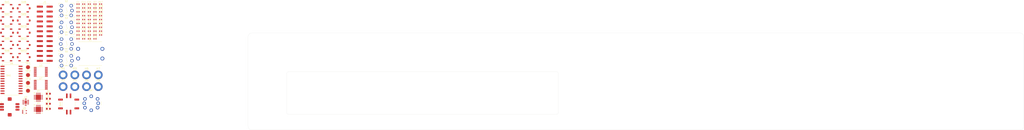
<source format=kicad_pcb>
(kicad_pcb (version 20241229) (generator "pcbnew") (generator_version "9.0")
  (title_block (title "Benchy Front Panel") (rev "REV1") (company "Daxxn Industries"))
  (layers (0 "F.Cu" signal) (2 "B.Cu" signal) (13 "F.Paste" user) (15 "B.Paste" user) (5 "F.SilkS" user "F.Silkscreen") (7 "B.SilkS" user "B.Silkscreen") (1 "F.Mask" user) (3 "B.Mask" user) (25 "Edge.Cuts" user))
  (net 0 "")
  (net 1 "GND")
  (net 2 "VDD")
  (net 3 "Net-(U2A-1A)")
  (net 4 "/NAV-UP-SW-RAW")
  (net 5 "/NAV-DOWN-SW-RAW")
  (net 6 "/NAV-PUSH-SW-RAW")
  (net 7 "/NAV-LEFT-SW-RAW")
  (net 8 "/NAV-RIGHT-SW-RAW")
  (net 9 "Net-(U2B-2A)")
  (net 10 "/NAV-BACK-SW-IN")
  (net 11 "Net-(U2C-3A)")
  (net 12 "VDD-STBY")
  (net 13 "Net-(U2D-4A)")
  (net 14 "/FP-SOC-PWR-SW-IN")
  (net 15 "Net-(U7A-A1)")
  (net 16 "Net-(U7B-A2)")
  (net 17 "Net-(U7C-A3)")
  (net 18 "Net-(U7E-A5)")
  (net 19 "Net-(U7D-A4)")
  (net 20 "Net-(U7F-A6)")
  (net 21 "VCC-STBY")
  (net 22 "Net-(D1-K)")
  (net 23 "Net-(D2-K)")
  (net 24 "VDD-SYS")
  (net 25 "Net-(D3-K)")
  (net 26 "VCC-USB")
  (net 27 "+12V")
  (net 28 "Net-(D4-K)")
  (net 30 "/MB-IND-BRIGHT")
  (net 31 "/MB-SOC-PWR-SW")
  (net 32 "/MB-SPI-COPI")
  (net 34 "/MB-SOC-PWR-IND")
  (net 35 "/MB-SPI-CIPO")
  (net 37 "/MB-BTN1-INT")
  (net 38 "/MB-FP-RESET")
  (net 39 "/MB-BTN2-INT")
  (net 40 "/MB-SPI-BTN-CS")
  (net 41 "/MB-SPI-IND-CS")
  (net 42 "/MB-IND-STATUS")
  (net 43 "/MB-IND-ERROR")
  (net 44 "/MB-SPI-SCLK")
  (net 45 "Net-(SW4B-LED-R)")
  (net 46 "Net-(SW4B-LED-G)")
  (net 47 "Net-(SW4B-LED-B)")
  (net 48 "Net-(U6-REXT)")
  (net 49 "Net-(U6-OUT0)")
  (net 50 "Net-(U6-OUT1)")
  (net 51 "Net-(U6-OUT2)")
  (net 52 "Net-(U6-OUT3)")
  (net 53 "Net-(SW1B-LED-K)")
  (net 54 "Net-(SW2B-LED-K)")
  (net 55 "Net-(SW3B-LED-K)")
  (net 56 "Net-(SW5B-LED-K)")
  (net 57 "Net-(SW6B-LED-K)")
  (net 58 "Net-(SW7A-SWB-Pad2)")
  (net 59 "Net-(SW7C-LED-RK)")
  (net 60 "Net-(SW7A-SWA-Pad1)")
  (net 61 "Net-(SW7B-LED-GK)")
  (net 62 "Net-(SW8B-LED-K)")
  (net 63 "Net-(SW9B-LED-K)")
  (net 64 "Net-(SW10B-LED-K)")
  (net 65 "Net-(SW11B-LED-K)")
  (net 66 "Net-(SW12B-LED-K)")
  (net 68 "/MENU-POWER-SW")
  (net 69 "/TEST-STOP-SW")
  (net 70 "/MENU-HOME-SW")
  (net 71 "/TEST-START-SW")
  (net 72 "/TEST-STEP-SW")
  (net 74 "/TEST-PAUSE-SW")
  (net 75 "/MENU-VOLTMETER-SW")
  (net 76 "/MENU-ELOAD-SW")
  (net 77 "/NAV-UP-SW")
  (net 78 "/NAV-LEFT-SW")
  (net 79 "/NAV-RIGHT-SW")
  (net 80 "/NAV-DOWN-SW")
  (net 81 "/NAV-PUSH-SW")
  (net 82 "/NAV-BACK-SW")
  (net 85 "/MENU-LIGHTING-SW")
  (net 86 "/MENU-LCR-SW")
  (footprint "Daxxn_Standard_Resistors:RES_0402" (layer "F.Cu") (at -61.795 23.025)
    (property "Reference" "R6" (at 0 -1 0) (layer "F.SilkS") (effects (font (size 0.8 0.8) (thickness 0.12))))
    (property "Value" "100K")
    (pad "1" smd roundrect (at -0.5 0) (size 0.54 0.62) (layers "F.Cu" "F.Mask" "F.Paste") (roundrect_rratio 0.2) (net 2 "VDD"))
    (pad "2" smd roundrect (at 0.5 0) (size 0.54 0.62) (layers "F.Cu" "F.Mask" "F.Paste") (roundrect_rratio 0.2) (net 8 "/NAV-RIGHT-SW-RAW"))
  )
  (footprint "TestPoint:TestPoint_Pad_D2.0mm" (layer "F.Cu") (at -93.415 49.795)
    (property "Reference" "TP4" (at 0 -1.998 0) (layer "F.SilkS"))
    (property "Value" "TP-12V")
    (pad "1" smd circle (at 0 0) (size 2 2) (layers "F.Cu" "F.Mask") (net 27 "+12V"))
  )
  (footprint "Daxxn_Controls_Buttons:TL3215A" (layer "F.Cu") (at -95.65 32.47)
    (property "Reference" "SW12" (at 0 -3.3 0) (layer "F.SilkS") (effects (font (size 0.8 0.8) (thickness 0.12))))
    (property "Value" "TL3215AF160BQ")
    (pad "1" smd roundrect (at -2.1 -1.85) (size 1.25 0.6) (layers "F.Cu" "F.Mask" "F.Paste") (roundrect_rratio 0.15) (net 18 "Net-(U7E-A5)"))
    (pad "2" smd roundrect (at 2.1 -1.85) (size 1.25 0.6) (layers "F.Cu" "F.Mask" "F.Paste") (roundrect_rratio 0.15) (net 18 "Net-(U7E-A5)"))
    (pad "3" smd roundrect (at -2.1 1.85) (size 1.25 0.6) (layers "F.Cu" "F.Mask" "F.Paste") (roundrect_rratio 0.15) (net 1 "GND"))
    (pad "4" smd roundrect (at 2.1 1.85) (size 1.25 0.6) (layers "F.Cu" "F.Mask" "F.Paste") (roundrect_rratio 0.15) (net 1 "GND"))
    (pad "5" smd roundrect (at -3.075 0) (size 0.85 1) (layers "F.Cu" "F.Mask" "F.Paste") (roundrect_rratio 0.15) (net 66 "Net-(SW12B-LED-K)"))
    (pad "6" smd roundrect (at 3.075 0) (size 0.85 1) (layers "F.Cu" "F.Mask" "F.Paste") (roundrect_rratio 0.15) (net 2 "VDD"))
  )
  (footprint "Daxxn_Standard_Capacitors:CAP_0402" (layer "F.Cu") (at -67.615 17.055)
    (property "Reference" "C7" (at 0 -1 0) (layer "F.SilkS") (effects (font (size 0.8 0.8) (thickness 0.12))))
    (property "Value" "100n")
    (pad "1" smd roundrect (at -0.5 0) (size 0.54 0.62) (layers "F.Cu" "F.Mask" "F.Paste") (roundrect_rratio 0.2) (net 8 "/NAV-RIGHT-SW-RAW"))
    (pad "2" smd roundrect (at 0.5 0) (size 0.54 0.62) (layers "F.Cu" "F.Mask" "F.Paste") (roundrect_rratio 0.2) (net 1 "GND"))
  )
  (footprint "Daxxn_Controls_Buttons:ILS-TB" (layer "F.Cu") (at -73.623 25.67)
    (property "Reference" "S4" (at 0 -4.75 0) (layer "F.SilkS") (effects (font (size 0.8 0.8) (thickness 0.12))))
    (property "Value" "ILS-TB180-60")
    (pad "1" thru_hole circle (at -2.5 -2.5) (size 1.75 1.75) (drill 1.1) (layers "*.Cu" "*.Mask"))
    (pad "2" thru_hole circle (at 2.5 -2.5) (size 1.75 1.75) (drill 1.1) (layers "*.Cu" "*.Mask"))
    (pad "3" thru_hole circle (at -2.5 2.5) (size 1.75 1.75) (drill 1.1) (layers "*.Cu" "*.Mask"))
    (pad "4" thru_hole circle (at 2.5 2.5) (size 1.75 1.75) (drill 1.1) (layers "*.Cu" "*.Mask"))
    (pad "5" thru_hole circle (at -2.9 0) (size 1.75 1.75) (drill 1.1) (layers "*.Cu" "*.Mask") (net 2 "VDD"))
    (pad "6" thru_hole circle (at 2.9 0) (size 1.75 1.75) (drill 1.1) (layers "*.Cu" "*.Mask") (net 51 "Net-(U6-OUT2)"))
  )
  (footprint "Daxxn_Standard_Capacitors:CAP_0402" (layer "F.Cu") (at -67.615 9.095)
    (property "Reference" "C3" (at 0 -1 0) (layer "F.SilkS") (effects (font (size 0.8 0.8) (thickness 0.12))))
    (property "Value" "100n")
    (pad "1" smd roundrect (at -0.5 0) (size 0.54 0.62) (layers "F.Cu" "F.Mask" "F.Paste") (roundrect_rratio 0.2) (net 4 "/NAV-UP-SW-RAW"))
    (pad "2" smd roundrect (at 0.5 0) (size 0.54 0.62) (layers "F.Cu" "F.Mask" "F.Paste") (roundrect_rratio 0.2) (net 1 "GND"))
  )
  (footprint "Daxxn_Packages:WQFN-14_B3x2.5mm_P0.5mm" (layer "F.Cu") (at -94.586601 55.687399)
    (property "Reference" "U2" (at 0 -2.65 0) (layer "F.SilkS") (effects (font (size 0.8 0.8) (thickness 0.12))))
    (property "Value" "SN74HCS125BQAR")
    (pad "1" smd rect (at -0.250063 -1.4954) (size 0.2548 0.907999) (layers "F.Cu" "F.Mask" "F.Paste") (net 1 "GND"))
    (pad "2" smd rect (at -1.2414 -1.000252 90) (size 0.2548 0.907999) (layers "F.Cu" "F.Mask" "F.Paste") (net 3 "Net-(U2A-1A)"))
    (pad "3" smd rect (at -1.2414 -0.500126 90) (size 0.2548 0.907999) (layers "F.Cu" "F.Mask" "F.Paste") (net 71 "/TEST-START-SW"))
    (pad "4" smd rect (at -1.2414 0 90) (size 0.2548 0.907999) (layers "F.Cu" "F.Mask" "F.Paste") (net 1 "GND"))
    (pad "5" smd rect (at -1.2414 0.500126 90) (size 0.2548 0.907999) (layers "F.Cu" "F.Mask" "F.Paste") (net 9 "Net-(U2B-2A)"))
    (pad "6" smd rect (at -1.2414 1.000252 90) (size 0.2548 0.907999) (layers "F.Cu" "F.Mask" "F.Paste") (net 74 "/TEST-PAUSE-SW"))
    (pad "7" smd rect (at -0.250063 1.4954) (size 0.2548 0.907999) (layers "F.Cu" "F.Mask" "F.Paste") (net 1 "GND"))
    (pad "8" smd rect (at 0.250063 1.4954) (size 0.2548 0.907999) (layers "F.Cu" "F.Mask" "F.Paste") (net 69 "/TEST-STOP-SW"))
    (pad "9" smd rect (at 1.2414 1.000252 90) (size 0.2548 0.907999) (layers "F.Cu" "F.Mask" "F.Paste") (net 11 "Net-(U2C-3A)"))
    (pad "10" smd rect (at 1.2414 0.500126 90) (size 0.2548 0.907999) (layers "F.Cu" "F.Mask" "F.Paste") (net 1 "GND"))
    (pad "11" smd rect (at 1.2414 0 90) (size 0.2548 0.907999) (layers "F.Cu" "F.Mask" "F.Paste") (net 72 "/TEST-STEP-SW"))
    (pad "12" smd rect (at 1.2414 -0.500126 90) (size 0.2548 0.907999) (layers "F.Cu" "F.Mask" "F.Paste") (net 13 "Net-(U2D-4A)"))
    (pad "13" smd rect (at 1.2414 -1.000252 90) (size 0.2548 0.907999) (layers "F.Cu" "F.Mask" "F.Paste") (net 1 "GND"))
    (pad "14" smd rect (at 0.250063 -1.4954) (size 0.2548 0.907999) (layers "F.Cu" "F.Mask" "F.Paste") (net 2 "VDD"))
    (pad "15" smd rect (at 0 0) (size 1.0922 1.6002) (layers "F.Cu" "F.Mask" "F.Paste") (net 1 "GND"))
  )
  (footprint "Daxxn_Standard_Capacitors:CAP_0402" (layer "F.Cu") (at -64.705 5.115)
    (property "Reference" "C11" (at 0 -1 0) (layer "F.SilkS") (effects (font (size 0.8 0.8) (thickness 0.12))))
    (property "Value" "100n")
    (pad "1" smd roundrect (at -0.5 0) (size 0.54 0.62) (layers "F.Cu" "F.Mask" "F.Paste") (roundrect_rratio 0.2) (net 11 "Net-(U2C-3A)"))
    (pad "2" smd roundrect (at 0.5 0) (size 0.54 0.62) (layers "F.Cu" "F.Mask" "F.Paste") (roundrect_rratio 0.2) (net 1 "GND"))
  )
  (footprint "TestPoint:TestPoint_Pad_D2.0mm" (layer "F.Cu") (at -93.415 37.645)
    (property "Reference" "TP1" (at 0 -1.998 0) (layer "F.SilkS"))
    (property "Value" "TP-VCC-STBY")
    (pad "1" smd circle (at 0 0) (size 2 2) (layers "F.Cu" "F.Mask") (net 21 "VCC-STBY"))
  )
  (footprint "MountingHole:MountingHole_2.7mm_M2.5_ISO7380_Pad" (layer "F.Cu") (at -57.175 47.675)
    (property "Reference" "H8" (at 0 -3.25 0) (layer "F.SilkS"))
    (property "Value" "M2.5")
    (pad "1" thru_hole circle (at 0 0) (size 4.5 4.5) (drill 2.7) (layers "*.Cu" "*.Mask") (net 1 "GND"))
  )
  (footprint "Daxxn_Standard_Capacitors:CAP_0402" (layer "F.Cu") (at -67.615 5.115)
    (property "Reference" "C1" (at 0 -1 0) (layer "F.SilkS") (effects (font (size 0.8 0.8) (thickness 0.12))))
    (property "Value" "100n")
    (pad "1" smd roundrect (at -0.5 0) (size 0.54 0.62) (layers "F.Cu" "F.Mask" "F.Paste") (roundrect_rratio 0.2) (net 2 "VDD"))
    (pad "2" smd roundrect (at 0.5 0) (size 0.54 0.62) (layers "F.Cu" "F.Mask" "F.Paste") (roundrect_rratio 0.2) (net 1 "GND"))
  )
  (footprint "Daxxn_Standard_Capacitors:CAP_0402" (layer "F.Cu") (at -67.615 19.045)
    (property "Reference" "C8" (at 0 -1 0) (layer "F.SilkS") (effects (font (size 0.8 0.8) (thickness 0.12))))
    (property "Value" "100n")
    (pad "1" smd roundrect (at -0.5 0) (size 0.54 0.62) (layers "F.Cu" "F.Mask" "F.Paste") (roundrect_rratio 0.2) (net 9 "Net-(U2B-2A)"))
    (pad "2" smd roundrect (at 0.5 0) (size 0.54 0.62) (layers "F.Cu" "F.Mask" "F.Paste") (roundrect_rratio 0.2) (net 1 "GND"))
  )
  (footprint "Daxxn_Standard_Capacitors:CAP_0402" (layer "F.Cu") (at -64.705 19.045)
    (property "Reference" "C18" (at 0 -1 0) (layer "F.SilkS") (effects (font (size 0.8 0.8) (thickness 0.12))))
    (property "Value" "100n")
    (pad "1" smd roundrect (at -0.5 0) (size 0.54 0.62) (layers "F.Cu" "F.Mask" "F.Paste") (roundrect_rratio 0.2) (net 16 "Net-(U7B-A2)"))
    (pad "2" smd roundrect (at 0.5 0) (size 0.54 0.62) (layers "F.Cu" "F.Mask" "F.Paste") (roundrect_rratio 0.2) (net 1 "GND"))
  )
  (footprint "Daxxn_Controls_Buttons:TL3215A" (layer "F.Cu") (at -95.65 26.17)
    (property "Reference" "SW11" (at 0 -3.3 0) (layer "F.SilkS") (effects (font (size 0.8 0.8) (thickness 0.12))))
    (property "Value" "TL3215AF160BQ")
    (pad "1" smd roundrect (at -2.1 -1.85) (size 1.25 0.6) (layers "F.Cu" "F.Mask" "F.Paste") (roundrect_rratio 0.15) (net 20 "Net-(U7F-A6)"))
    (pad "2" smd roundrect (at 2.1 -1.85) (size 1.25 0.6) (layers "F.Cu" "F.Mask" "F.Paste") (roundrect_rratio 0.15) (net 20 "Net-(U7F-A6)"))
    (pad "3" smd roundrect (at -2.1 1.85) (size 1.25 0.6) (layers "F.Cu" "F.Mask" "F.Paste") (roundrect_rratio 0.15) (net 1 "GND"))
    (pad "4" smd roundrect (at 2.1 1.85) (size 1.25 0.6) (layers "F.Cu" "F.Mask" "F.Paste") (roundrect_rratio 0.15) (net 1 "GND"))
    (pad "5" smd roundrect (at -3.075 0) (size 0.85 1) (layers "F.Cu" "F.Mask" "F.Paste") (roundrect_rratio 0.15) (net 65 "Net-(SW11B-LED-K)"))
    (pad "6" smd roundrect (at 3.075 0) (size 0.85 1) (layers "F.Cu" "F.Mask" "F.Paste") (roundrect_rratio 0.15) (net 2 "VDD"))
  )
  (footprint "MountingHole:MountingHole_2.7mm_M2.5_ISO7380_Pad" (layer "F.Cu") (at -69.275 47.675)
    (property "Reference" "H4" (at 0 -3.25 0) (layer "F.SilkS"))
    (property "Value" "M2.5")
    (pad "1" thru_hole circle (at 0 0) (size 4.5 4.5) (drill 2.7) (layers "*.Cu" "*.Mask") (net 1 "GND"))
  )
  (footprint "Daxxn_LEDs:LED_0603_1608Metric" (layer "F.Cu") (at -82.905 53.905)
    (property "Reference" "D2" (at 0 -1.3 0) (layer "F.SilkS") (effects (font (size 0.8 0.8) (thickness 0.12))))
    (property "Value" "CZ3-0603-ORANGE")
    (pad "1" smd roundrect (at -0.8 0) (size 0.875 0.95) (layers "F.Cu" "F.Mask" "F.Paste") (roundrect_rratio 0.2) (net 23 "Net-(D2-K)"))
    (pad "2" smd roundrect (at 0.8 0) (size 0.875 0.95) (layers "F.Cu" "F.Mask" "F.Paste") (roundrect_rratio 0.2) (net 24 "VDD-SYS"))
  )
  (footprint "Daxxn_Standard_Capacitors:CAP_0402" (layer "F.Cu") (at -67.615 15.065)
    (property "Reference" "C6" (at 0 -1 0) (layer "F.SilkS") (effects (font (size 0.8 0.8) (thickness 0.12))))
    (property "Value" "100n")
    (pad "1" smd roundrect (at -0.5 0) (size 0.54 0.62) (layers "F.Cu" "F.Mask" "F.Paste") (roundrect_rratio 0.2) (net 7 "/NAV-LEFT-SW-RAW"))
    (pad "2" smd roundrect (at 0.5 0) (size 0.54 0.62) (layers "F.Cu" "F.Mask" "F.Paste") (roundrect_rratio 0.2) (net 1 "GND"))
  )
  (footprint "Daxxn_Standard_Resistors:RES_0402" (layer "F.Cu") (at -55.975 19.045)
    (property "Reference" "R24" (at 0 -1 0) (layer "F.SilkS") (effects (font (size 0.8 0.8) (thickness 0.12))))
    (property "Value" "2K94")
    (pad "1" smd roundrect (at -0.5 0) (size 0.54 0.62) (layers "F.Cu" "F.Mask" "F.Paste") (roundrect_rratio 0.2) (net 25 "Net-(D3-K)"))
    (pad "2" smd roundrect (at 0.5 0) (size 0.54 0.62) (layers "F.Cu" "F.Mask" "F.Paste") (roundrect_rratio 0.2) (net 1 "GND"))
  )
  (footprint "MountingHole:MountingHole_2.7mm_M2.5_ISO7380_Pad" (layer "F.Cu") (at -57.175 41.625)
    (property "Reference" "H7" (at 0 -3.25 0) (layer "F.SilkS"))
    (property "Value" "M2.5")
    (pad "1" thru_hole circle (at 0 0) (size 4.5 4.5) (drill 2.7) (layers "*.Cu" "*.Mask") (net 1 "GND"))
  )
  (footprint "Daxxn_Controls_Buttons:TL3215A" (layer "F.Cu") (at -104.225 26.17)
    (property "Reference" "SW5" (at 0 -3.3 0) (layer "F.SilkS") (effects (font (size 0.8 0.8) (thickness 0.12))))
    (property "Value" "TL3215AF160GQ")
    (pad "1" smd roundrect (at -2.1 -1.85) (size 1.25 0.6) (layers "F.Cu" "F.Mask" "F.Paste") (roundrect_rratio 0.15) (net 13 "Net-(U2D-4A)"))
    (pad "2" smd roundrect (at 2.1 -1.85) (size 1.25 0.6) (layers "F.Cu" "F.Mask" "F.Paste") (roundrect_rratio 0.15) (net 13 "Net-(U2D-4A)"))
    (pad "3" smd roundrect (at -2.1 1.85) (size 1.25 0.6) (layers "F.Cu" "F.Mask" "F.Paste") (roundrect_rratio 0.15) (net 1 "GND"))
    (pad "4" smd roundrect (at 2.1 1.85) (size 1.25 0.6) (layers "F.Cu" "F.Mask" "F.Paste") (roundrect_rratio 0.15) (net 1 "GND"))
    (pad "5" smd roundrect (at -3.075 0) (size 0.85 1) (layers "F.Cu" "F.Mask" "F.Paste") (roundrect_rratio 0.15) (net 56 "Net-(SW5B-LED-K)"))
    (pad "6" smd roundrect (at 3.075 0) (size 0.85 1) (layers "F.Cu" "F.Mask" "F.Paste") (roundrect_rratio 0.15) (net 2 "VDD"))
  )
  (footprint "Daxxn_Packages:QFN-20-1EP_4x4mm_P0.5mm_EP2.7x2.7mm" (layer "F.Cu") (at -88.075 59.395)
    (property "Reference" "U4" (at 0 -3.2 0) (layer "F.SilkS") (effects (font (size 0.8 0.8) (thickness 0.12))))
    (property "Value" "MCP23S08-E/ML")
    (pad "1" smd roundrect (at -1.95 -1) (size 0.8 0.25) (layers "F.Cu" "F.Mask" "F.Paste") (net 35 "/MB-SPI-CIPO"))
    (pad "2" smd roundrect (at -1.95 -0.5) (size 0.8 0.25) (layers "F.Cu" "F.Mask" "F.Paste") (net 2 "VDD"))
    (pad "3" smd roundrect (at -1.95 0) (size 0.8 0.25) (layers "F.Cu" "F.Mask" "F.Paste") (net 1 "GND"))
    (pad "4" smd roundrect (at -1.95 0.5) (size 0.8 0.25) (layers "F.Cu" "F.Mask" "F.Paste") (net 38 "/MB-FP-RESET"))
    (pad "5" smd roundrect (at -1.95 1) (size 0.8 0.25) (layers "F.Cu" "F.Mask" "F.Paste") (net 40 "/MB-SPI-BTN-CS"))
    (pad "6" smd roundrect (at -1 1.95) (size 0.25 0.8) (layers "F.Cu" "F.Mask" "F.Paste"))
    (pad "7" smd roundrect (at -0.5 1.95) (size 0.25 0.8) (layers "F.Cu" "F.Mask" "F.Paste") (net 39 "/MB-BTN2-INT"))
    (pad "8" smd roundrect (at 0 1.95) (size 0.25 0.8) (layers "F.Cu" "F.Mask" "F.Paste"))
    (pad "9" smd roundrect (at 0.5 1.95) (size 0.25 0.8) (layers "F.Cu" "F.Mask" "F.Paste") (net 77 "/NAV-UP-SW"))
    (pad "10" smd roundrect (at 1 1.95) (size 0.25 0.8) (layers "F.Cu" "F.Mask" "F.Paste") (net 80 "/NAV-DOWN-SW"))
    (pad "11" smd roundrect (at 1.95 1) (size 0.8 0.25) (layers "F.Cu" "F.Mask" "F.Paste") (net 81 "/NAV-PUSH-SW"))
    (pad "12" smd roundrect (at 1.95 0.5) (size 0.8 0.25) (layers "F.Cu" "F.Mask" "F.Paste") (net 78 "/NAV-LEFT-SW"))
    (pad "13" smd roundrect (at 1.95 0) (size 0.8 0.25) (layers "F.Cu" "F.Mask" "F.Paste") (net 79 "/NAV-RIGHT-SW"))
    (pad "14" smd roundrect (at 1.95 -0.5) (size 0.8 0.25) (layers "F.Cu" "F.Mask" "F.Paste") (net 82 "/NAV-BACK-SW"))
    (pad "15" smd roundrect (at 1.95 -1) (size 0.8 0.25) (layers "F.Cu" "F.Mask" "F.Paste") (net 86 "/MENU-LCR-SW"))
    (pad "16" smd roundrect (at 1 -1.95) (size 0.25 0.8) (layers "F.Cu" "F.Mask" "F.Paste") (net 85 "/MENU-LIGHTING-SW"))
    (pad "17" smd roundrect (at 0.5 -1.95) (size 0.25 0.8) (layers "F.Cu" "F.Mask" "F.Paste") (net 1 "GND"))
    (pad "18" smd roundrect (at 0 -1.95) (size 0.25 0.8) (layers "F.Cu" "F.Mask" "F.Paste") (net 2 "VDD"))
    (pad "19" smd roundrect (at -0.5 -1.95) (size 0.25 0.8) (layers "F.Cu" "F.Mask" "F.Paste") (net 44 "/MB-SPI-SCLK"))
    (pad "20" smd roundrect (at -1 -1.95) (size 0.25 0.8) (layers "F.Cu" "F.Mask" "F.Paste") (net 32 "/MB-SPI-COPI"))
    (pad "21" smd rect (at 0 0) (size 2.7 2.7) (property pad_prop_heatsink) (layers "F.Cu" "F.Mask") (net 1 "GND"))
  )
  (footprint "Daxxn_Standard_Resistors:RES_0402" (layer "F.Cu") (at -55.975 17.055)
    (property "Reference" "R23" (at 0 -1 0) (layer "F.SilkS") (effects (font (size 0.8 0.8) (thickness 0.12))))
    (property "Value" "1K3")
    (pad "1" smd roundrect (at -0.5 0) (size 0.54 0.62) (layers "F.Cu" "F.Mask" "F.Paste") (roundrect_rratio 0.2) (net 23 "Net-(D2-K)"))
    (pad "2" smd roundrect (at 0.5 0) (size 0.54 0.62) (layers "F.Cu" "F.Mask" "F.Paste") (roundrect_rratio 0.2) (net 1 "GND"))
  )
  (footprint "MountingHole:MountingHole_2.7mm_M2.5_ISO7380_Pad" (layer "F.Cu") (at -75.325 41.625)
    (property "Reference" "H1" (at 0 -3.25 0) (layer "F.SilkS"))
    (property "Value" "M2.5")
    (pad "1" thru_hole circle (at 0 0) (size 4.5 4.5) (drill 2.7) (layers "*.Cu" "*.Mask") (net 1 "GND"))
  )
  (footprint "Daxxn_Controls_Buttons:228C" (layer "F.Cu") (at -72.45 56.6)
    (property "Reference" "SW4" (at -4.3 0 90) (layer "F.SilkS") (effects (font (size 0.8 0.8) (thickness 0.12))))
    (property "Value" "228CMVARGBFR")
    (pad "1" smd roundrect (at 4.2 -2.25) (size 2.4 1) (layers "F.Cu" "F.Mask" "F.Paste") (roundrect_rratio 0.15) (net 14 "/FP-SOC-PWR-SW-IN"))
    (pad "2" smd roundrect (at -4.2 -2.25) (size 2.4 1) (layers "F.Cu" "F.Mask" "F.Paste") (roundrect_rratio 0.15) (net 14 "/FP-SOC-PWR-SW-IN"))
    (pad "3" smd roundrect (at 4.2 2.25) (size 2.4 1) (layers "F.Cu" "F.Mask" "F.Paste") (roundrect_rratio 0.15) (net 1 "GND"))
    (pad "4" smd roundrect (at -4.2 2.25) (size 2.4 1) (layers "F.Cu" "F.Mask" "F.Paste") (roundrect_rratio 0.15) (net 1 "GND"))
    (pad "L1" smd roundrect (at 0.95 -4.2) (size 0.8 2.4) (layers "F.Cu" "F.Mask" "F.Paste") (roundrect_rratio 0.15) (net 47 "Net-(SW4B-LED-B)"))
    (pad "L2" smd roundrect (at 0.95 4.2) (size 0.8 2.4) (layers "F.Cu" "F.Mask" "F.Paste") (roundrect_rratio 0.15) (net 45 "Net-(SW4B-LED-R)"))
    (pad "L3" smd roundrect (at -0.95 -4.2) (size 0.8 2.4) (layers "F.Cu" "F.Mask" "F.Paste") (roundrect_rratio 0.15) (net 2 "VDD"))
    (pad "L4" smd roundrect (at -0.95 4.2) (size 0.8 2.4) (layers "F.Cu" "F.Mask" "F.Paste") (roundrect_rratio 0.15) (net 46 "Net-(SW4B-LED-G)"))
  )
  (footprint "Daxxn_Standard_Capacitors:CAP_0402" (layer "F.Cu") (at -64.705 23.025)
    (property "Reference" "C20" (at 0 -1 0) (layer "F.SilkS") (effects (font (size 0.8 0.8) (thickness 0.12))))
    (property "Value" "100n")
    (pad "1" smd roundrect (at -0.5 0) (size 0.54 0.62) (layers "F.Cu" "F.Mask" "F.Paste") (roundrect_rratio 0.2) (net 18 "Net-(U7E-A5)"))
    (pad "2" smd roundrect (at 0.5 0) (size 0.54 0.62) (layers "F.Cu" "F.Mask" "F.Paste") (roundrect_rratio 0.2) (net 1 "GND"))
  )
  (footprint "Daxxn_Standard_Resistors:RES_0402" (layer "F.Cu") (at -58.885 9.095)
    (property "Reference" "R9" (at 0 -1 0) (layer "F.SilkS") (effects (font (size 0.8 0.8) (thickness 0.12))))
    (property "Value" "10K")
    (pad "1" smd roundrect (at -0.5 0) (size 0.54 0.62) (layers "F.Cu" "F.Mask" "F.Paste") (roundrect_rratio 0.2) (net 2 "VDD"))
    (pad "2" smd roundrect (at 0.5 0) (size 0.54 0.62) (layers "F.Cu" "F.Mask" "F.Paste") (roundrect_rratio 0.2) (net 11 "Net-(U2C-3A)"))
  )
  (footprint "Daxxn_Standard_Resistors:RES_0402" (layer "F.Cu") (at -58.885 11.085)
    (property "Reference" "R10" (at 0 -1 0) (layer "F.SilkS") (effects (font (size 0.8 0.8) (thickness 0.12))))
    (property "Value" "10K")
    (pad "1" smd roundrect (at -0.5 0) (size 0.54 0.62) (layers "F.Cu" "F.Mask" "F.Paste") (roundrect_rratio 0.2) (net 2 "VDD"))
    (pad "2" smd roundrect (at 0.5 0) (size 0.54 0.62) (layers "F.Cu" "F.Mask" "F.Paste") (roundrect_rratio 0.2) (net 13 "Net-(U2D-4A)"))
  )
  (footprint "TestPoint:TestPoint_Pad_D2.0mm" (layer "F.Cu") (at -93.415 41.695)
    (property "Reference" "TP2" (at 0 -1.998 0) (layer "F.SilkS"))
    (property "Value" "TP-VDD-SYS")
    (pad "1" smd circle (at 0 0) (size 2 2) (layers "F.Cu" "F.Mask") (net 24 "VDD-SYS"))
  )
  (footprint "Daxxn_Standard_Capacitors:CAP_0402" (layer "F.Cu") (at -67.615 11.085)
    (property "Reference" "C4" (at 0 -1 0) (layer "F.SilkS") (effects (font (size 0.8 0.8) (thickness 0.12))))
    (property "Value" "100n")
    (pad "1" smd roundrect (at -0.5 0) (size 0.54 0.62) (layers "F.Cu" "F.Mask" "F.Paste") (roundrect_rratio 0.2) (net 5 "/NAV-DOWN-SW-RAW"))
    (pad "2" smd roundrect (at 0.5 0) (size 0.54 0.62) (layers "F.Cu" "F.Mask" "F.Paste") (roundrect_rratio 0.2) (net 1 "GND"))
  )
  (footprint "Daxxn_Standard_Capacitors:CAP_0402" (layer "F.Cu") (at -64.705 15.065)
    (property "Reference" "C16" (at 0 -1 0) (layer "F.SilkS") (effects (font (size 0.8 0.8) (thickness 0.12))))
    (property "Value" "100n")
    (pad "1" smd roundrect (at -0.5 0) (size 0.54 0.62) (layers "F.Cu" "F.Mask" "F.Paste") (roundrect_rratio 0.2) (net 15 "Net-(U7A-A1)"))
    (pad "2" smd roundrect (at 0.5 0) (size 0.54 0.62) (layers "F.Cu" "F.Mask" "F.Paste") (roundrect_rratio 0.2) (net 1 "GND"))
  )
  (footprint "Daxxn_Controls_Buttons:TL3215A" (layer "F.Cu") (at -95.65 19.87)
    (property "Reference" "SW10" (at 0 -3.3 0) (layer "F.SilkS") (effects (font (size 0.8 0.8) (thickness 0.12))))
    (property "Value" "TL3215AF160BQ")
    (pad "1" smd roundrect (at -2.1 -1.85) (size 1.25 0.6) (layers "F.Cu" "F.Mask" "F.Paste") (roundrect_rratio 0.15) (net 17 "Net-(U7C-A3)"))
    (pad "2" smd roundrect (at 2.1 -1.85) (size 1.25 0.6) (layers "F.Cu" "F.Mask" "F.Paste") (roundrect_rratio 0.15) (net 17 "Net-(U7C-A3)"))
    (pad "3" smd roundrect (at -2.1 1.85) (size 1.25 0.6) (layers "F.Cu" "F.Mask" "F.Paste") (roundrect_rratio 0.15) (net 1 "GND"))
    (pad "4" smd roundrect (at 2.1 1.85) (size 1.25 0.6) (layers "F.Cu" "F.Mask" "F.Paste") (roundrect_rratio 0.15) (net 1 "GND"))
    (pad "5" smd roundrect (at -3.075 0) (size 0.85 1) (layers "F.Cu" "F.Mask" "F.Paste") (roundrect_rratio 0.15) (net 64 "Net-(SW10B-LED-K)"))
    (pad "6" smd roundrect (at 3.075 0) (size 0.85 1) (layers "F.Cu" "F.Mask" "F.Paste") (roundrect_rratio 0.15) (net 2 "VDD"))
  )
  (footprint "Daxxn_Standard_Resistors:RES_0402" (layer "F.Cu") (at -58.885 17.055)
    (property "Reference" "R13" (at 0 -1 0) (layer "F.SilkS") (effects (font (size 0.8 0.8) (thickness 0.12))))
    (property "Value" "2K2")
    (pad "1" smd roundrect (at -0.5 0) (size 0.54 0.62) (layers "F.Cu" "F.Mask" "F.Paste") (roundrect_rratio 0.2) (net 34 "/MB-SOC-PWR-IND"))
    (pad "2" smd roundrect (at 0.5 0) (size 0.54 0.62) (layers "F.Cu" "F.Mask" "F.Paste") (roundrect_rratio 0.2) (net 46 "Net-(SW4B-LED-G)"))
  )
  (footprint "Daxxn_Standard_Resistors:RES_0402" (layer "F.Cu") (at -58.885 7.105)
    (property "Reference" "R8" (at 0 -1 0) (layer "F.SilkS") (effects (font (size 0.8 0.8) (thickness 0.12))))
    (property "Value" "10K")
    (pad "1" smd roundrect (at -0.5 0) (size 0.54 0.62) (layers "F.Cu" "F.Mask" "F.Paste") (roundrect_rratio 0.2) (net 2 "VDD"))
    (pad "2" smd roundrect (at 0.5 0) (size 0.54 0.62) (layers "F.Cu" "F.Mask" "F.Paste") (roundrect_rratio 0.2) (net 10 "/NAV-BACK-SW-IN"))
  )
  (footprint "Daxxn_Controls_Buttons:TL3215A" (layer "F.Cu") (at -104.225 7.27)
    (property "Reference" "SW1" (at 0 -3.3 0) (layer "F.SilkS") (effects (font (size 0.8 0.8) (thickness 0.12))))
    (property "Value" "TL3215AF160GQ")
    (pad "1" smd roundrect (at -2.1 -1.85) (size 1.25 0.6) (layers "F.Cu" "F.Mask" "F.Paste") (roundrect_rratio 0.15) (net 3 "Net-(U2A-1A)"))
    (pad "2" smd roundrect (at 2.1 -1.85) (size 1.25 0.6) (layers "F.Cu" "F.Mask" "F.Paste") (roundrect_rratio 0.15) (net 3 "Net-(U2A-1A)"))
    (pad "3" smd roundrect (at -2.1 1.85) (size 1.25 0.6) (layers "F.Cu" "F.Mask" "F.Paste") (roundrect_rratio 0.15) (net 1 "GND"))
    (pad "4" smd roundrect (at 2.1 1.85) (size 1.25 0.6) (layers "F.Cu" "F.Mask" "F.Paste") (roundrect_rratio 0.15) (net 1 "GND"))
    (pad "5" smd roundrect (at -3.075 0) (size 0.85 1) (layers "F.Cu" "F.Mask" "F.Paste") (roundrect_rratio 0.15) (net 53 "Net-(SW1B-LED-K)"))
    (pad "6" smd roundrect (at 3.075 0) (size 0.85 1) (layers "F.Cu" "F.Mask" "F.Paste") (roundrect_rratio 0.15) (net 2 "VDD"))
  )
  (footprint "Daxxn_Standard_Capacitors:CAP_0402" (layer "F.Cu") (at -61.795 9.095)
    (property "Reference" "C23" (at 0 -1 0) (layer "F.SilkS") (effects (font (size 0.8 0.8) (thickness 0.12))))
    (property "Value" "100n")
    (pad "1" smd roundrect (at -0.5 0) (size 0.54 0.62) (layers "F.Cu" "F.Mask" "F.Paste") (roundrect_rratio 0.2) (net 2 "VDD"))
    (pad "2" smd roundrect (at 0.5 0) (size 0.54 0.62) (layers "F.Cu" "F.Mask" "F.Paste") (roundrect_rratio 0.2) (net 1 "GND"))
  )
  (footprint "Daxxn_Standard_Resistors:RES_0402" (layer "F.Cu") (at -55.975 9.095)
    (property "Reference" "R19" (at 0 -1 0) (layer "F.SilkS") (effects (font (size 0.8 0.8) (thickness 0.12))))
    (property "Value" "10K")
    (pad "1" smd roundrect (at -0.5 0) (size 0.54 0.62) (layers "F.Cu" "F.Mask" "F.Paste") (roundrect_rratio 0.2) (net 2 "VDD"))
    (pad "2" smd roundrect (at 0.5 0) (size 0.54 0.62) (layers "F.Cu" "F.Mask" "F.Paste") (roundrect_rratio 0.2) (net 18 "Net-(U7E-A5)"))
  )
  (footprint "Daxxn_Packages:QFN-20-1EP_4x4mm_P0.5mm_EP2.7x2.7mm" (layer "F.Cu") (at -88.075 53.145)
    (property "Reference" "U1" (at 0 -3.2 0) (layer "F.SilkS") (effects (font (size 0.8 0.8) (thickness 0.12))))
    (property "Value" "MCP23S08-E/ML")
    (pad "1" smd roundrect (at -1.95 -1) (size 0.8 0.25) (layers "F.Cu" "F.Mask" "F.Paste") (net 35 "/MB-SPI-CIPO"))
    (pad "2" smd roundrect (at -1.95 -0.5) (size 0.8 0.25) (layers "F.Cu" "F.Mask" "F.Paste") (net 1 "GND"))
    (pad "3" smd roundrect (at -1.95 0) (size 0.8 0.25) (layers "F.Cu" "F.Mask" "F.Paste") (net 1 "GND"))
    (pad "4" smd roundrect (at -1.95 0.5) (size 0.8 0.25) (layers "F.Cu" "F.Mask" "F.Paste") (net 38 "/MB-FP-RESET"))
    (pad "5" smd roundrect (at -1.95 1) (size 0.8 0.25) (layers "F.Cu" "F.Mask" "F.Paste") (net 40 "/MB-SPI-BTN-CS"))
    (pad "6" smd roundrect (at -1 1.95) (size 0.25 0.8) (layers "F.Cu" "F.Mask" "F.Paste"))
    (pad "7" smd roundrect (at -0.5 1.95) (size 0.25 0.8) (layers "F.Cu" "F.Mask" "F.Paste") (net 37 "/MB-BTN1-INT"))
    (pad "8" smd roundrect (at 0 1.95) (size 0.25 0.8) (layers "F.Cu" "F.Mask" "F.Paste"))
    (pad "9" smd roundrect (at 0.5 1.95) (size 0.25 0.8) (layers "F.Cu" "F.Mask" "F.Paste") (net 71 "/TEST-START-SW"))
    (pad "10" smd roundrect (at 1 1.95) (size 0.25 0.8) (layers "F.Cu" "F.Mask" "F.Paste") (net 74 "/TEST-PAUSE-SW"))
    (pad "11" smd roundrect (at 1.95 1) (size 0.8 0.25) (layers "F.Cu" "F.Mask" "F.Paste") (net 69 "/TEST-STOP-SW"))
    (pad "12" smd roundrect (at 1.95 0.5) (size 0.8 0.25) (layers "F.Cu" "F.Mask" "F.Paste") (net 72 "/TEST-STEP-SW"))
    (pad "13" smd roundrect (at 1.95 0) (size 0.8 0.25) (layers "F.Cu" "F.Mask" "F.Paste") (net 70 "/MENU-HOME-SW"))
    (pad "14" smd roundrect (at 1.95 -0.5) (size 0.8 0.25) (layers "F.Cu" "F.Mask" "F.Paste") (net 68 "/MENU-POWER-SW"))
    (pad "15" smd roundrect (at 1.95 -1) (size 0.8 0.25) (layers "F.Cu" "F.Mask" "F.Paste") (net 75 "/MENU-VOLTMETER-SW"))
    (pad "16" smd roundrect (at 1 -1.95) (size 0.25 0.8) (layers "F.Cu" "F.Mask" "F.Paste") (net 76 "/MENU-ELOAD-SW"))
    (pad "17" smd roundrect (at 0.5 -1.95) (size 0.25 0.8) (layers "F.Cu" "F.Mask" "F.Paste") (net 1 "GND"))
    (pad "18" smd roundrect (at 0 -1.95) (size 0.25 0.8) (layers "F.Cu" "F.Mask" "F.Paste") (net 2 "VDD"))
    (pad "19" smd roundrect (at -0.5 -1.95) (size 0.25 0.8) (layers "F.Cu" "F.Mask" "F.Paste") (net 44 "/MB-SPI-SCLK"))
    (pad "20" smd roundrect (at -1 -1.95) (size 0.25 0.8) (layers "F.Cu" "F.Mask" "F.Paste") (net 32 "/MB-SPI-COPI"))
    (pad "21" smd rect (at 0 0) (size 2.7 2.7) (property pad_prop_heatsink) (layers "F.Cu" "F.Mask") (net 1 "GND"))
  )
  (footprint "Daxxn_Standard_Resistors:RES_0402" (layer "F.Cu") (at -58.885 21.035)
    (property "Reference" "R15" (at 0 -1 0) (layer "F.SilkS") (effects (font (size 0.8 0.8) (thickness 0.12))))
    (property "Value" "10K")
    (pad "1" smd roundrect (at -0.5 0) (size 0.54 0.62) (layers "F.Cu" "F.Mask" "F.Paste") (roundrect_rratio 0.2) (net 2 "VDD"))
    (pad "2" smd roundrect (at 0.5 0) (size 0.54 0.62) (layers "F.Cu" "F.Mask" "F.Paste") (roundrect_rratio 0.2) (net 15 "Net-(U7A-A1)"))
  )
  (footprint "Daxxn_Standard_Capacitors:CAP_0402" (layer "F.Cu") (at -64.705 13.075)
    (property "Reference" "C15" (at 0 -1 0) (layer "F.SilkS") (effects (font (size 0.8 0.8) (thickness 0.12))))
    (property "Value" "100n")
    (pad "1" smd roundrect (at -0.5 0) (size 0.54 0.62) (layers "F.Cu" "F.Mask" "F.Paste") (roundrect_rratio 0.2) (net 2 "VDD"))
    (pad "2" smd roundrect (at 0.5 0) (size 0.54 0.62) (layers "F.Cu" "F.Mask" "F.Paste") (roundrect_rratio 0.2) (net 1 "GND"))
  )
  (footprint "Daxxn_Standard_Capacitors:CAP_0402" (layer "F.Cu") (at -61.795 7.105)
    (property "Reference" "C22" (at 0 -1 0) (layer "F.SilkS") (effects (font (size 0.8 0.8) (thickness 0.12))))
    (property "Value" "100n")
    (pad "1" smd roundrect (at -0.5 0) (size 0.54 0.62) (layers "F.Cu" "F.Mask" "F.Paste") (roundrect_rratio 0.2) (net 20 "Net-(U7F-A6)"))
    (pad "2" smd roundrect (at 0.5 0) (size 0.54 0.62) (layers "F.Cu" "F.Mask" "F.Paste") (roundrect_rratio 0.2) (net 1 "GND"))
  )
  (footprint "Daxxn_Standard_Resistors:RES_0402" (layer "F.Cu") (at -61.795 15.065)
    (property "Reference" "R2" (at 0 -1 0) (layer "F.SilkS") (effects (font (size 0.8 0.8) (thickness 0.12))))
    (property "Value" "100K")
    (pad "1" smd roundrect (at -0.5 0) (size 0.54 0.62) (layers "F.Cu" "F.Mask" "F.Paste") (roundrect_rratio 0.2) (net 2 "VDD"))
    (pad "2" smd roundrect (at 0.5 0) (size 0.54 0.62) (layers "F.Cu" "F.Mask" "F.Paste") (roundrect_rratio 0.2) (net 4 "/NAV-UP-SW-RAW"))
  )
  (footprint "Daxxn_LEDs:LED_0603_1608Metric" (layer "F.Cu") (at -82.905 59.085)
    (property "Reference" "D4" (at 0 -1.3 0) (layer "F.SilkS") (effects (font (size 0.8 0.8) (thickness 0.12))))
    (property "Value" "CZ3-0603-ORANGE")
    (pad "1" smd roundrect (at -0.8 0) (size 0.875 0.95) (layers "F.Cu" "F.Mask" "F.Paste") (roundrect_rratio 0.2) (net 28 "Net-(D4-K)"))
    (pad "2" smd roundrect (at 0.8 0) (size 0.875 0.95) (layers "F.Cu" "F.Mask" "F.Paste") (roundrect_rratio 0.2) (net 27 "+12V"))
  )
  (footprint "Daxxn_Standard_Resistors:RES_0402" (layer "F.Cu") (at -58.885 19.045)
    (property "Reference" "R14" (at 0 -1 0) (layer "F.SilkS") (effects (font (size 0.8 0.8) (thickness 0.12))))
    (property "Value" "2K2")
    (pad "1" smd roundrect (at -0.5 0) (size 0.54 0.62) (layers "F.Cu" "F.Mask" "F.Paste") (roundrect_rratio 0.2) (net 42 "/MB-IND-STATUS"))
    (pad "2" smd roundrect (at 0.5 0) (size 0.54 0.62) (layers "F.Cu" "F.Mask" "F.Paste") (roundrect_rratio 0.2) (net 47 "Net-(SW4B-LED-B)"))
  )
  (footprint "Daxxn_Controls_Buttons:TL3215A" (layer "F.Cu") (at -95.65 13.57)
    (property "Reference" "SW9" (at 0 -3.3 0) (layer "F.SilkS") (effects (font (size 0.8 0.8) (thickness 0.12))))
    (property "Value" "TL3215AF160BQ")
    (pad "1" smd roundrect (at -2.1 -1.85) (size 1.25 0.6) (layers "F.Cu" "F.Mask" "F.Paste") (roundrect_rratio 0.15) (net 16 "Net-(U7B-A2)"))
    (pad "2" smd roundrect (at 2.1 -1.85) (size 1.25 0.6) (layers "F.Cu" "F.Mask" "F.Paste") (roundrect_rratio 0.15) (net 16 "Net-(U7B-A2)"))
    (pad "3" smd roundrect (at -2.1 1.85) (size 1.25 0.6) (layers "F.Cu" "F.Mask" "F.Paste") (roundrect_rratio 0.15) (net 1 "GND"))
    (pad "4" smd roundrect (at 2.1 1.85) (size 1.25 0.6) (layers "F.Cu" "F.Mask" "F.Paste") (roundrect_rratio 0.15) (net 1 "GND"))
    (pad "5" smd roundrect (at -3.075 0) (size 0.85 1) (layers "F.Cu" "F.Mask" "F.Paste") (roundrect_rratio 0.15) (net 63 "Net-(SW9B-LED-K)"))
    (pad "6" smd roundrect (at 3.075 0) (size 0.85 1) (layers "F.Cu" "F.Mask" "F.Paste") (roundrect_rratio 0.15) (net 2 "VDD"))
  )
  (footprint "Daxxn_Controls_Buttons:TL3215A" (layer "F.Cu") (at -104.225 32.47)
    (property "Reference" "SW6" (at 0 -3.3 0) (layer "F.SilkS") (effects (font (size 0.8 0.8) (thickness 0.12))))
    (property "Value" "TL3215AF160BQ")
    (pad "1" smd roundrect (at -2.1 -1.85) (size 1.25 0.6) (layers "F.Cu" "F.Mask" "F.Paste") (roundrect_rratio 0.15) (net 15 "Net-(U7A-A1)"))
    (pad "2" smd roundrect (at 2.1 -1.85) (size 1.25 0.6) (layers "F.Cu" "F.Mask" "F.Paste") (roundrect_rratio 0.15) (net 15 "Net-(U7A-A1)"))
    (pad "3" smd roundrect (at -2.1 1.85) (size 1.25 0.6) (layers "F.Cu" "F.Mask" "F.Paste") (roundrect_rratio 0.15) (net 1 "GND"))
    (pad "4" smd roundrect (at 2.1 1.85) (size 1.25 0.6) (layers "F.Cu" "F.Mask" "F.Paste") (roundrect_rratio 0.15) (net 1 "GND"))
    (pad "5" smd roundrect (at -3.075 0) (size 0.85 1) (layers "F.Cu" "F.Mask" "F.Paste") (roundrect_rratio 0.15) (net 57 "Net-(SW6B-LED-K)"))
    (pad "6" smd roundrect (at 3.075 0) (size 0.85 1) (layers "F.Cu" "F.Mask" "F.Paste") (roundrect_rratio 0.15) (net 2 "VDD"))
  )
  (footprint "Daxxn_Standard_Resistors:RES_0402" (layer "F.Cu") (at -55.975 15.065)
    (property "Reference" "R22" (at 0 -1 0) (layer "F.SilkS") (effects (font (size 0.8 0.8) (thickness 0.12))))
    (property "Value" "2K94")
    (pad "1" smd roundrect (at -0.5 0) (size 0.54 0.62) (layers "F.Cu" "F.Mask" "F.Paste") (roundrect_rratio 0.2) (net 22 "Net-(D1-K)"))
    (pad "2" smd roundrect (at 0.5 0) (size 0.54 0.62) (layers "F.Cu" "F.Mask" "F.Paste") (roundrect_rratio 0.2) (net 1 "GND"))
  )
  (footprint "TestPoint:TestPoint_Pad_D2.0mm" (layer "F.Cu") (at -93.415 45.745)
    (property "Reference" "TP3" (at 0 -1.998 0) (layer "F.SilkS"))
    (property "Value" "TP-VCC-USB")
    (pad "1" smd circle (at 0 0) (size 2 2) (layers "F.Cu" "F.Mask") (net 26 "VCC-USB"))
  )
  (footprint "Daxxn_Standard_Resistors:RES_0402" (layer "F.Cu") (at -55.975 13.075)
    (property "Reference" "R21" (at 0 -1 0) (layer "F.SilkS") (effects (font (size 0.8 0.8) (thickness 0.12))))
    (property "Value" "10K")
    (pad "1" smd roundrect (at -0.5 0) (size 0.54 0.62) (layers "F.Cu" "F.Mask" "F.Paste") (roundrect_rratio 0.2) (net 2 "VDD"))
    (pad "2" smd roundrect (at 0.5 0) (size 0.54 0.62) (layers "F.Cu" "F.Mask" "F.Paste") (roundrect_rratio 0.2) (net 20 "Net-(U7F-A6)"))
  )
  (footprint "Daxxn_Standard_Resistors:RES_0402" (layer "F.Cu") (at -61.795 19.045)
    (property "Reference" "R4" (at 0 -1 0) (layer "F.SilkS") (effects (font (size 0.8 0.8) (thickness 0.12))))
    (property "Value" "100K")
    (pad "1" smd roundrect (at -0.5 0) (size 0.54 0.62) (layers "F.Cu" "F.Mask" "F.Paste") (roundrect_rratio 0.2) (net 2 "VDD"))
    (pad "2" smd roundrect (at 0.5 0) (size 0.54 0.62) (layers "F.Cu" "F.Mask" "F.Paste") (roundrect_rratio 0.2) (net 6 "/NAV-PUSH-SW-RAW"))
  )
  (footprint "Daxxn_Standard_Resistors:RES_0402" (layer "F.Cu") (at -55.975 21.035)
    (property "Reference" "R25" (at 0 -1 0) (layer "F.SilkS") (effects (font (size 0.8 0.8) (thickness 0.12))))
    (property "Value" "10K")
    (pad "1" smd roundrect (at -0.5 0) (size 0.54 0.62) (layers "F.Cu" "F.Mask" "F.Paste") (roundrect_rratio 0.2) (net 28 "Net-(D4-K)"))
    (pad "2" smd roundrect (at 0.5 0) (size 0.54 0.62) (layers "F.Cu" "F.Mask" "F.Paste") (roundrect_rratio 0.2) (net 1 "GND"))
  )
  (footprint "Daxxn_Standard_Capacitors:CAP_0402" (layer "F.Cu") (at -64.705 7.105)
    (property "Reference" "C12" (at 0 -1 0) (layer "F.SilkS") (effects (font (size 0.8 0.8) (thickness 0.12))))
    (property "Value" "100n")
    (pad "1" smd roundrect (at -0.5 0) (size 0.54 0.62) (layers "F.Cu" "F.Mask" "F.Paste") (roundrect_rratio 0.2) (net 12 "VDD-STBY"))
    (pad "2" smd roundrect (at 0.5 0) (size 0.54 0.62) (layers "F.Cu" "F.Mask" "F.Paste") (roundrect_rratio 0.2) (net 1 "GND"))
  )
  (footprint "Daxxn_Controls_Buttons:TL3215A" (layer "F.Cu") (at -104.225 13.57)
    (property "Reference" "SW2" (at 0 -3.3 0) (layer "F.SilkS") (effects (font (size 0.8 0.8) (thickness 0.12))))
    (property "Value" "TL3215AF160YQ")
    (pad "1" smd roundrect (at -2.1 -1.85) (size 1.25 0.6) (layers "F.Cu" "F.Mask" "F.Paste") (roundrect_rratio 0.15) (net 9 "Net-(U2B-2A)"))
    (pad "2" smd roundrect (at 2.1 -1.85) (size 1.25 0.6) (layers "F.Cu" "F.Mask" "F.Paste") (roundrect_rratio 0.15) (net 9 "Net-(U2B-2A)"))
    (pad "3" smd roundrect (at -2.1 1.85) (size 1.25 0.6) (layers "F.Cu" "F.Mask" "F.Paste") (roundrect_rratio 0.15) (net 1 "GND"))
    (pad "4" smd roundrect (at 2.1 1.85) (size 1.25 0.6) (layers "F.Cu" "F.Mask" "F.Paste") (roundrect_rratio 0.15) (net 1 "GND"))
    (pad "5" smd roundrect (at -3.075 0) (size 0.85 1) (layers "F.Cu" "F.Mask" "F.Paste") (roundrect_rratio 0.15) (net 54 "Net-(SW2B-LED-K)"))
    (pad "6" smd roundrect (at 3.075 0) (size 0.85 1) (layers "F.Cu" "F.Mask" "F.Paste") (roundrect_rratio 0.15) (net 2 "VDD"))
  )
  (footprint "Daxxn_Standard_Capacitors:CAP_0402" (layer "F.Cu") (at -64.705 21.035)
    (property "Reference" "C19" (at 0 -1 0) (layer "F.SilkS") (effects (font (size 0.8 0.8) (thickness 0.12))))
    (property "Value" "100n")
    (pad "1" smd roundrect (at -0.5 0) (size 0.54 0.62) (layers "F.Cu" "F.Mask" "F.Paste") (roundrect_rratio 0.2) (net 17 "Net-(U7C-A3)"))
    (pad "2" smd roundrect (at 0.5 0) (size 0.54 0.62) (layers "F.Cu" "F.Mask" "F.Paste") (roundrect_rratio 0.2) (net 1 "GND"))
  )
  (footprint "Daxxn_Controls_Buttons:TL3215A" (layer "F.Cu") (at -104.225 19.87)
    (property "Reference" "SW3" (at 0 -3.3 0) (layer "F.SilkS") (effects (font (size 0.8 0.8) (thickness 0.12))))
    (property "Value" "TL3215AF160RQ")
    (pad "1" smd roundrect (at -2.1 -1.85) (size 1.25 0.6) (layers "F.Cu" "F.Mask" "F.Paste") (roundrect_rratio 0.15) (net 11 "Net-(U2C-3A)"))
    (pad "2" smd roundrect (at 2.1 -1.85) (size 1.25 0.6) (layers "F.Cu" "F.Mask" "F.Paste") (roundrect_rratio 0.15) (net 11 "Net-(U2C-3A)"))
    (pad "3" smd roundrect (at -2.1 1.85) (size 1.25 0.6) (layers "F.Cu" "F.Mask" "F.Paste") (roundrect_rratio 0.15) (net 1 "GND"))
    (pad "4" smd roundrect (at 2.1 1.85) (size 1.25 0.6) (layers "F.Cu" "F.Mask" "F.Paste") (roundrect_rratio 0.15) (net 1 "GND"))
    (pad "5" smd roundrect (at -3.075 0) (size 0.85 1) (layers "F.Cu" "F.Mask" "F.Paste") (roundrect_rratio 0.15) (net 55 "Net-(SW3B-LED-K)"))
    (pad "6" smd roundrect (at 3.075 0) (size 0.85 1) (layers "F.Cu" "F.Mask" "F.Paste") (roundrect_rratio 0.15) (net 2 "VDD"))
  )
  (footprint "Daxxn_Standard_Resistors:RES_0402" (layer "F.Cu") (at -55.975 11.085)
    (property "Reference" "R20" (at 0 -1 0) (layer "F.SilkS") (effects (font (size 0.8 0.8) (thickness 0.12))))
    (property "Value" "10K")
    (pad "1" smd roundrect (at -0.5 0) (size 0.54 0.62) (layers "F.Cu" "F.Mask" "F.Paste") (roundrect_rratio 0.2) (net 2 "VDD"))
    (pad "2" smd roundrect (at 0.5 0) (size 0.54 0.62) (layers "F.Cu" "F.Mask" "F.Paste") (roundrect_rratio 0.2) (net 19 "Net-(U7D-A4)"))
  )
  (footprint "Daxxn_LEDs:LED_0603_1608Metric" (layer "F.Cu") (at -82.905 51.315)
    (property "Reference" "D1" (at 0 -1.3 0) (layer "F.SilkS") (effects (font (size 0.8 0.8) (thickness 0.12))))
    (property "Value" "CZ3-0603-ORANGE")
    (pad "1" smd roundrect (at -0.8 0) (size 0.875 0.95) (layers "F.Cu" "F.Mask" "F.Paste") (roundrect_rratio 0.2) (net 22 "Net-(D1-K)"))
    (pad "2" smd roundrect (at 0.8 0) (size 0.875 0.95) (layers "F.Cu" "F.Mask" "F.Paste") (roundrect_rratio 0.2) (net 21 "VCC-STBY"))
  )
  (footprint "Daxxn_Standard_Capacitors:CAP_0402" (layer "F.Cu") (at -67.615 21.035)
    (property "Reference" "C9" (at 0 -1 0) (layer "F.SilkS") (effects (font (size 0.8 0.8) (thickness 0.12))))
    (property "Value" "100n")
    (pad "1" smd roundrect (at -0.5 0) (size 0.54 0.62) (layers "F.Cu" "F.Mask" "F.Paste") (roundrect_rratio 0.2) (net 2 "VDD"))
    (pad "2" smd roundrect (at 0.5 0) (size 0.54 0.62) (layers "F.Cu" "F.Mask" "F.Paste") (roundrect_rratio 0.2) (net 1 "GND"))
  )
  (footprint "Daxxn_Standard_Resistors:RES_0402" (layer "F.Cu") (at -58.885 23.025)
    (property "Reference" "R16" (at 0 -1 0) (layer "F.SilkS") (effects (font (size 0.8 0.8) (thickness 0.12))))
    (property "Value" "10K")
    (pad "1" smd roundrect (at -0.5 0) (size 0.54 0.62) (layers "F.Cu" "F.Mask" "F.Paste") (roundrect_rratio 0.2) (net 2 "VDD"))
    (pad "2" smd roundrect (at 0.5 0) (size 0.54 0.62) (layers "F.Cu" "F.Mask" "F.Paste") (roundrect_rratio 0.2) (net 16 "Net-(U7B-A2)"))
  )
  (footprint "Daxxn_Controls_Buttons:ILS-TB" (layer "F.Cu") (at -73.623 17.05)
    (property "Reference" "S3" (at 0 -4.75 0) (layer "F.SilkS") (effects (font (size 0.8 0.8) (thickness 0.12))))
    (property "Value" "ILS-TB250-10")
    (pad "1" thru_hole circle (at -2.5 -2.5) (size 1.75 1.75) (drill 1.1) (layers "*.Cu" "*.Mask"))
    (pad "2" thru_hole circle (at 2.5 -2.5) (size 1.75 1.75) (drill 1.1) (layers "*.Cu" "*.Mask"))
    (pad "3" thru_hole circle (at -2.5 2.5) (size 1.75 1.75) (drill 1.1) (layers "*.Cu" "*.Mask"))
    (pad "4" thru_hole circle (at 2.5 2.5) (size 1.75 1.75) (drill 1.1) (layers "*.Cu" "*.Mask"))
    (pad "5" thru_hole circle (at -2.9 0) (size 1.75 1.75) (drill 1.1) (layers "*.Cu" "*.Mask") (net 2 "VDD"))
    (pad "6" thru_hole circle (at 2.9 0) (size 1.75 1.75) (drill 1.1) (layers "*.Cu" "*.Mask") (net 50 "Net-(U6-OUT1)"))
  )
  (footprint "Daxxn_Controls_Buttons:B3W-9000" (layer "F.Cu") (at -60.8 56.25)
    (property "Reference" "SW7" (at 0 -6.7 0) (layer "F.SilkS") (effects (font (size 0.8 0.8) (thickness 0.12))))
    (property "Value" "B3W-9000-RG2N")
    (pad "1" thru_hole circle (at 3.25 2.25) (size 1.8 1.8) (drill 1) (layers "*.Cu" "*.Mask") (net 60 "Net-(SW7A-SWA-Pad1)"))
    (pad "2" thru_hole circle (at -3.25 2.25) (size 1.8 1.8) (drill 1) (layers "*.Cu" "*.Mask") (net 58 "Net-(SW7A-SWB-Pad2)"))
    (pad "3" thru_hole circle (at 3.25 -2.25) (size 1.8 1.8) (drill 1) (layers "*.Cu" "*.Mask") (net 60 "Net-(SW7A-SWA-Pad1)"))
    (pad "4" thru_hole circle (at -3.25 -2.25) (size 1.8 1.8) (drill 1) (layers "*.Cu" "*.Mask") (net 58 "Net-(SW7A-SWB-Pad2)"))
    (pad "5" thru_hole circle (at 0 -3.6) (size 1.8 1.8) (drill 1) (layers "*.Cu" "*.Mask") (net 2 "VDD"))
    (pad "6" thru_hole circle (at 3.6 0) (size 1.8 1.8) (drill 1) (layers "*.Cu" "*.Mask") (net 61 "Net-(SW7B-LED-GK)"))
    (pad "7" thru_hole circle (at 0 3.6) (size 1.8 1.8) (drill 1) (layers "*.Cu" "*.Mask") (net 2 "VDD"))
    (pad "8" thru_hole circle (at -3.6 0) (size 1.8 1.8) (drill 1) (layers "*.Cu" "*.Mask") (net 59 "Net-(SW7C-LED-RK)"))
  )
  (footprint "MountingHole:MountingHole_2.7mm_M2.5_ISO7380_Pad" (layer "F.Cu") (at -69.275 41.625)
    (property "Reference" "H3" (at 0 -3.25 0) (layer "F.SilkS"))
    (property "Value" "M2.5")
    (pad "1" thru_hole circle (at 0 0) (size 4.5 4.5) (drill 2.7) (layers "*.Cu" "*.Mask") (net 1 "GND"))
  )
  (footprint "Daxxn_Controls_Navigation:JS1400" (layer "F.Cu") (at -102.85 58.12)
    (property "Reference" "SN1" (at -0.5 -16.2 0) (layer "F.SilkS") (effects (font (size 0.8 0.8) (thickness 0.12))))
    (property "Value" "JS1400AFQ")
    (pad "" np_thru_hole circle (at 0 -1.9) (size 0.75 0.75) (drill 0.75) (layers "*.Cu" "*.Mask"))
    (pad "" np_thru_hole circle (at 0 1.9) (size 1.05 1.05) (drill 1.05) (layers "*.Cu" "*.Mask"))
    (pad "1" smd roundrect (at -4 -1.425) (size 2 1) (layers "F.Cu" "F.Mask" "F.Paste") (roundrect_rratio 0.2) (net 4 "/NAV-UP-SW-RAW"))
    (pad "2" smd roundrect (at -4 0) (size 2 1) (layers "F.Cu" "F.Mask" "F.Paste") (roundrect_rratio 0.2) (net 6 "/NAV-PUSH-SW-RAW"))
    (pad "3" smd roundrect (at -4 1.425) (size 2 1) (layers "F.Cu" "F.Mask" "F.Paste") (roundrect_rratio 0.2) (net 7 "/NAV-LEFT-SW-RAW"))
    (pad "4" smd roundrect (at 4 -1.425) (size 2 1) (layers "F.Cu" "F.Mask" "F.Paste") (roundrect_rratio 0.2) (net 8 "/NAV-RIGHT-SW-RAW"))
    (pad "5" smd roundrect (at 4 0) (size 2 1) (layers "F.Cu" "F.Mask" "F.Paste") (roundrect_rratio 0.2) (net 1 "GND"))
    (pad "6" smd roundrect (at 4 1.425) (size 2 1) (layers "F.Cu" "F.Mask" "F.Paste") (roundrect_rratio 0.2) (net 5 "/NAV-DOWN-SW-RAW"))
    (pad "SH" smd roundrect (at 0 -4.05) (size 2 1.8) (layers "F.Cu" "F.Mask" "F.Paste") (roundrect_rratio 0.2) (net 1 "GND"))
    (pad "SH" smd roundrect (at 0 4.05) (size 2 1.8) (layers "F.Cu" "F.Mask" "F.Paste") (roundrect_rratio 0.2) (net 1 "GND"))
  )
  (footprint "Daxxn_Packages:SOT-353_SC-70-5" (layer "F.Cu") (at -95.225 60.72)
    (property "Reference" "U5" (at 0 -2 0) (layer "F.SilkS") (effects (font (size 0.8 0.8) (thickness 0.12))))
    (property "Value" "SN74LVC1G17DCKR")
    (pad "1" smd rect (at -0.95 -0.65) (size 0.65 0.4) (layers "F.Cu" "F.Mask" "F.Paste"))
    (pad "2" smd rect (at -0.95 0) (size 0.65 0.4) (layers "F.Cu" "F.Mask" "F.Paste") (net 14 "/FP-SOC-PWR-SW-IN"))
    (pad "3" smd rect (at -0.95 0.65) (size 0.65 0.4) (layers "F.Cu" "F.Mask" "F.Paste") (net 1 "GND"))
    (pad "4" smd rect (at 0.95 0.65) (size 0.65 0.4) (layers "F.Cu" "F.Mask" "F.Paste") (net 31 "/MB-SOC-PWR-SW"))
    (pad "5" smd rect (at 0.95 -0.65) (size 0.65 0.4) (layers "F.Cu" "F.Mask" "F.Paste") (net 12 "VDD-STBY"))
  )
  (footprint "Daxxn_Standard_Capacitors:CAP_0402" (layer "F.Cu") (at -61.795 11.085)
    (property "Reference" "C24" (at 0 -1 0) (layer "F.SilkS") (effects (font (size 0.8 0.8) (thickness 0.12))))
    (property "Value" "100n")
    (pad "1" smd roundrect (at -0.5 0) (size 0.54 0.62) (layers "F.Cu" "F.Mask" "F.Paste") (roundrect_rratio 0.2) (net 2 "VDD"))
    (pad "2" smd roundrect (at 0.5 0) (size 0.54 0.62) (layers "F.Cu" "F.Mask" "F.Paste") (roundrect_rratio 0.2) (net 1 "GND"))
  )
  (footprint "Daxxn_Standard_Resistors:RES_0402" (layer "F.Cu") (at -61.795 17.055)
    (property "Reference" "R3" (at 0 -1 0) (layer "F.SilkS") (effects (font (size 0.8 0.8) (thickness 0.12))))
    (property "Value" "100K")
    (pad "1" smd roundrect (at -0.5 0) (size 0.54 0.62) (layers "F.Cu" "F.Mask" "F.Paste") (roundrect_rratio 0.2) (net 2 "VDD"))
    (pad "2" smd roundrect (at 0.5 0) (size 0.54 0.62) (layers "F.Cu" "F.Mask" "F.Paste") (roundrect_rratio 0.2) (net 5 "/NAV-DOWN-SW-RAW"))
  )
  (footprint "Daxxn_Standard_Capacitors:CAP_0402" (layer "F.Cu") (at -64.705 17.055)
    (property "Reference" "C17" (at 0 -1 0) (layer "F.SilkS") (effects (font (size 0.8 0.8) (thickness 0.12))))
    (property "Value" "100n")
    (pad "1" smd roundrect (at -0.5 0) (size 0.54 0.62) (layers "F.Cu" "F.Mask" "F.Paste") (roundrect_rratio 0.2) (net 2 "VDD"))
    (pad "2" smd roundrect (at 0.5 0) (size 0.54 0.62) (layers "F.Cu" "F.Mask" "F.Paste") (roundrect_rratio 0.2) (net 1 "GND"))
  )
  (footprint "Daxxn_Standard_Resistors:RES_0402" (layer "F.Cu") (at -61.795 21.035)
    (property "Reference" "R5" (at 0 -1 0) (layer "F.SilkS") (effects (font (size 0.8 0.8) (thickness 0.12))))
    (property "Value" "100K")
    (pad "1" smd roundrect (at -0.5 0) (size 0.54 0.62) (layers "F.Cu" "F.Mask" "F.Paste") (roundrect_rratio 0.2) (net 2 "VDD"))
    (pad "2" smd roundrect (at 0.5 0) (size 0.54 0.62) (layers "F.Cu" "F.Mask" "F.Paste") (roundrect_rratio 0.2) (net 7 "/NAV-LEFT-SW-RAW"))
  )
  (footprint "Daxxn_Packages:TSSOP-16_4.4x5mm_P0.65mm" (layer "F.Cu") (at -86.825 46.745)
    (property "Reference" "U7" (at 0 -3.3 0) (layer "F.SilkS") (effects (font (size 0.8 0.8) (thickness 0.12))))
    (property "Value" "SN74HCS365PWR")
    (pad "1" smd roundrect (at -2.8625 -2.275) (size 1.475 0.4) (layers "F.Cu" "F.Mask" "F.Paste") (net 1 "GND"))
    (pad "2" smd roundrect (at -2.8625 -1.625) (size 1.475 0.4) (layers "F.Cu" "F.Mask" "F.Paste") (net 15 "Net-(U7A-A1)"))
    (pad "3" smd roundrect (at -2.8625 -0.975) (size 1.475 0.4) (layers "F.Cu" "F.Mask" "F.Paste") (net 70 "/MENU-HOME-SW"))
    (pad "4" smd roundrect (at -2.8625 -0.325) (size 1.475 0.4) (layers "F.Cu" "F.Mask" "F.Paste") (net 16 "Net-(U7B-A2)"))
    (pad "5" smd roundrect (at -2.8625 0.325) (size 1.475 0.4) (layers "F.Cu" "F.Mask" "F.Paste") (net 68 "/MENU-POWER-SW"))
    (pad "6" smd roundrect (at -2.8625 0.975) (size 1.475 0.4) (layers "F.Cu" "F.Mask" "F.Paste") (net 17 "Net-(U7C-A3)"))
    (pad "7" smd roundrect (at -2.8625 1.625) (size 1.475 0.4) (layers "F.Cu" "F.Mask" "F.Paste") (net 75 "/MENU-VOLTMETER-SW"))
    (pad "8" smd roundrect (at -2.8625 2.275) (size 1.475 0.4) (layers "F.Cu" "F.Mask" "F.Paste") (net 1 "GND"))
    (pad "9" smd roundrect (at 2.8625 2.275) (size 1.475 0.4) (layers "F.Cu" "F.Mask" "F.Paste") (net 76 "/MENU-ELOAD-SW"))
    (pad "10" smd roundrect (at 2.8625 1.625) (size 1.475 0.4) (layers "F.Cu" "F.Mask" "F.Paste") (net 19 "Net-(U7D-A4)"))
    (pad "11" smd roundrect (at 2.8625 0.975) (size 1.475 0.4) (layers "F.Cu" "F.Mask" "F.Paste") (net 86 "/MENU-LCR-SW"))
    (pad "12" smd roundrect (at 2.8625 0.325) (size 1.475 0.4) (layers "F.Cu" "F.Mask" "F.Paste") (net 18 "Net-(U7E-A5)"))
    (pad "13" smd roundrect (at 2.8625 -0.325) (size 1.475 0.4) (layers "F.Cu" "F.Mask" "F.Paste") (net 85 "/MENU-LIGHTING-SW"))
    (pad "14" smd roundrect (at 2.8625 -0.975) (size 1.475 0.4) (layers "F.Cu" "F.Mask" "F.Paste") (net 20 "Net-(U7F-A6)"))
    (pad "15" smd roundrect (at 2.8625 -1.625) (size 1.475 0.4) (layers "F.Cu" "F.Mask" "F.Paste") (net 1 "GND"))
    (pad "16" smd roundrect (at 2.8625 -2.275) (size 1.475 0.4) (layers "F.Cu" "F.Mask" "F.Paste") (net 2 "VDD"))
  )
  (footprint "Daxxn_Packages:SOIC-24W_7.5x15.4mm_P1.27mm" (layer "F.Cu") (at -101.895 44.195)
    (property "Reference" "U6" (at 0 -8.55 0) (layer "F.SilkS") (effects (font (size 0.8 0.8) (thickness 0.12))))
    (property "Value" "STP16CP05MTR")
    (pad "1" smd roundrect (at -4.65 -6.985) (size 2.05 0.6) (layers "F.Cu" "F.Mask" "F.Paste") (net 1 "GND"))
    (pad "2" smd roundrect (at -4.65 -5.715) (size 2.05 0.6) (layers "F.Cu" "F.Mask" "F.Paste") (net 32 "/MB-SPI-COPI"))
    (pad "3" smd roundrect (at -4.65 -4.445) (size 2.05 0.6) (layers "F.Cu" "F.Mask" "F.Paste") (net 44 "/MB-SPI-SCLK"))
    (pad "4" smd roundrect (at -4.65 -3.175) (size 2.05 0.6) (layers "F.Cu" "F.Mask" "F.Paste") (net 41 "/MB-SPI-IND-CS"))
    (pad "5" smd roundrect (at -4.65 -1.905) (size 2.05 0.6) (layers "F.Cu" "F.Mask" "F.Paste") (net 49 "Net-(U6-OUT0)"))
    (pad "6" smd roundrect (at -4.65 -0.635) (size 2.05 0.6) (layers "F.Cu" "F.Mask" "F.Paste") (net 50 "Net-(U6-OUT1)"))
    (pad "7" smd roundrect (at -4.65 0.635) (size 2.05 0.6) (layers "F.Cu" "F.Mask" "F.Paste") (net 51 "Net-(U6-OUT2)"))
    (pad "8" smd roundrect (at -4.65 1.905) (size 2.05 0.6) (layers "F.Cu" "F.Mask" "F.Paste") (net 52 "Net-(U6-OUT3)"))
    (pad "9" smd roundrect (at -4.65 3.175) (size 2.05 0.6) (layers "F.Cu" "F.Mask" "F.Paste") (net 55 "Net-(SW3B-LED-K)"))
    (pad "10" smd roundrect (at -4.65 4.445) (size 2.05 0.6) (layers "F.Cu" "F.Mask" "F.Paste") (net 53 "Net-(SW1B-LED-K)"))
    (pad "11" smd roundrect (at -4.65 5.715) (size 2.05 0.6) (layers "F.Cu" "F.Mask" "F.Paste") (net 54 "Net-(SW2B-LED-K)"))
    (pad "12" smd roundrect (at -4.65 6.985) (size 2.05 0.6) (layers "F.Cu" "F.Mask" "F.Paste") (net 56 "Net-(SW5B-LED-K)"))
    (pad "13" smd roundrect (at 4.65 6.985) (size 2.05 0.6) (layers "F.Cu" "F.Mask" "F.Paste") (net 61 "Net-(SW7B-LED-GK)"))
    (pad "14" smd roundrect (at 4.65 5.715) (size 2.05 0.6) (layers "F.Cu" "F.Mask" "F.Paste") (net 59 "Net-(SW7C-LED-RK)"))
    (pad "15" smd roundrect (at 4.65 4.445) (size 2.05 0.6) (layers "F.Cu" "F.Mask" "F.Paste") (net 62 "Net-(SW8B-LED-K)"))
    (pad "16" smd roundrect (at 4.65 3.175) (size 2.05 0.6) (layers "F.Cu" "F.Mask" "F.Paste") (net 64 "Net-(SW10B-LED-K)"))
    (pad "17" smd roundrect (at 4.65 1.905) (size 2.05 0.6) (layers "F.Cu" "F.Mask" "F.Paste") (net 63 "Net-(SW9B-LED-K)"))
    (pad "18" smd roundrect (at 4.65 0.635) (size 2.05 0.6) (layers "F.Cu" "F.Mask" "F.Paste") (net 57 "Net-(SW6B-LED-K)"))
    (pad "19" smd roundrect (at 4.65 -0.635) (size 2.05 0.6) (layers "F.Cu" "F.Mask" "F.Paste") (net 65 "Net-(SW11B-LED-K)"))
    (pad "20" smd roundrect (at 4.65 -1.905) (size 2.05 0.6) (layers "F.Cu" "F.Mask" "F.Paste") (net 66 "Net-(SW12B-LED-K)"))
    (pad "21" smd roundrect (at 4.65 -3.175) (size 2.05 0.6) (layers "F.Cu" "F.Mask" "F.Paste") (net 30 "/MB-IND-BRIGHT"))
    (pad "22" smd roundrect (at 4.65 -4.445) (size 2.05 0.6) (layers "F.Cu" "F.Mask" "F.Paste"))
    (pad "23" smd roundrect (at 4.65 -5.715) (size 2.05 0.6) (layers "F.Cu" "F.Mask" "F.Paste") (net 48 "Net-(U6-REXT)"))
    (pad "24" smd roundrect (at 4.65 -6.985) (size 2.05 0.6) (layers "F.Cu" "F.Mask" "F.Paste") (net 2 "VDD"))
  )
  (footprint "Daxxn_Standard_Resistors:RES_0402" (layer "F.Cu") (at -61.795 13.075)
    (property "Reference" "R1" (at 0 -1 0) (layer "F.SilkS") (effects (font (size 0.8 0.8) (thickness 0.12))))
    (property "Value" "10K")
    (pad "1" smd roundrect (at -0.5 0) (size 0.54 0.62) (layers "F.Cu" "F.Mask" "F.Paste") (roundrect_rratio 0.2) (net 2 "VDD"))
    (pad "2" smd roundrect (at 0.5 0) (size 0.54 0.62) (layers "F.Cu" "F.Mask" "F.Paste") (roundrect_rratio 0.2) (net 3 "Net-(U2A-1A)"))
  )
  (footprint "Daxxn_Standard_Capacitors:CAP_0402" (layer "F.Cu") (at -64.705 9.095)
    (property "Reference" "C13" (at 0 -1 0) (layer "F.SilkS") (effects (font (size 0.8 0.8) (thickness 0.12))))
    (property "Value" "100n")
    (pad "1" smd roundrect (at -0.5 0) (size 0.54 0.62) (layers "F.Cu" "F.Mask" "F.Paste") (roundrect_rratio 0.2) (net 13 "Net-(U2D-4A)"))
    (pad "2" smd roundrect (at 0.5 0) (size 0.54 0.62) (layers "F.Cu" "F.Mask" "F.Paste") (roundrect_rratio 0.2) (net 1 "GND"))
  )
  (footprint "Daxxn_Standard_Capacitors:CAP_0402" (layer "F.Cu") (at -67.615 13.075)
    (property "Reference" "C5" (at 0 -1 0) (layer "F.SilkS") (effects (font (size 0.8 0.8) (thickness 0.12))))
    (property "Value" "100n")
    (pad "1" smd roundrect (at -0.5 0) (size 0.54 0.62) (layers "F.Cu" "F.Mask" "F.Paste") (roundrect_rratio 0.2) (net 6 "/NAV-PUSH-SW-RAW"))
    (pad "2" smd roundrect (at 0.5 0) (size 0.54 0.62) (layers "F.Cu" "F.Mask" "F.Paste") (roundrect_rratio 0.2) (net 1 "GND"))
  )
  (footprint "Daxxn_Standard_Resistors:RES_0402" (layer "F.Cu") (at -58.885 15.065)
    (property "Reference" "R12" (at 0 -1 0) (layer "F.SilkS") (effects (font (size 0.8 0.8) (thickness 0.12))))
    (property "Value" "2K2")
    (pad "1" smd roundrect (at -0.5 0) (size 0.54 0.62) (layers "F.Cu" "F.Mask" "F.Paste") (roundrect_rratio 0.2) (net 43 "/MB-IND-ERROR"))
    (pad "2" smd roundrect (at 0.5 0) (size 0.54 0.62) (layers "F.Cu" "F.Mask" "F.Paste") (roundrect_rratio 0.2) (net 45 "Net-(SW4B-LED-R)"))
  )
  (footprint "Daxxn_Standard_Resistors:RES_0402" (layer "F.Cu") (at -58.885 13.075)
    (property "Reference" "R11" (at 0 -1 0) (layer "F.SilkS") (effects (font (size 0.8 0.8) (thickness 0.12))))
    (property "Value" "100K")
    (pad "1" smd roundrect (at -0.5 0) (size 0.54 0.62) (layers "F.Cu" "F.Mask" "F.Paste") (roundrect_rratio 0.2) (net 12 "VDD-STBY"))
    (pad "2" smd roundrect (at 0.5 0) (size 0.54 0.62) (layers "F.Cu" "F.Mask" "F.Paste") (roundrect_rratio 0.2) (net 14 "/FP-SOC-PWR-SW-IN"))
  )
  (footprint "Daxxn_Controls_Buttons:ILS-TB" (layer "F.Cu") (at -73.623 34.29)
    (property "Reference" "S5" (at 0 -4.75 0) (layer "F.SilkS") (effects (font (size 0.8 0.8) (thickness 0.12))))
    (property "Value" "ILS-TB180-60")
    (pad "1" thru_hole circle (at -2.5 -2.5) (size 1.75 1.75) (drill 1.1) (layers "*.Cu" "*.Mask"))
    (pad "2" thru_hole circle (at 2.5 -2.5) (size 1.75 1.75) (drill 1.1) (layers "*.Cu" "*.Mask"))
    (pad "3" thru_hole circle (at -2.5 2.5) (size 1.75 1.75) (drill 1.1) (layers "*.Cu" "*.Mask"))
    (pad "4" thru_hole circle (at 2.5 2.5) (size 1.75 1.75) (drill 1.1) (layers "*.Cu" "*.Mask"))
    (pad "5" thru_hole circle (at -2.9 0) (size 1.75 1.75) (drill 1.1) (layers "*.Cu" "*.Mask") (net 2 "VDD"))
    (pad "6" thru_hole circle (at 2.9 0) (size 1.75 1.75) (drill 1.1) (layers "*.Cu" "*.Mask") (net 52 "Net-(U6-OUT3)"))
  )
  (footprint "Daxxn_Standard_Capacitors:CAP_0402" (layer "F.Cu") (at -61.795 5.115)
    (property "Reference" "C21" (at 0 -1 0) (layer "F.SilkS") (effects (font (size 0.8 0.8) (thickness 0.12))))
    (property "Value" "100n")
    (pad "1" smd roundrect (at -0.5 0) (size 0.54 0.62) (layers "F.Cu" "F.Mask" "F.Paste") (roundrect_rratio 0.2) (net 19 "Net-(U7D-A4)"))
    (pad "2" smd roundrect (at 0.5 0) (size 0.54 0.62) (layers "F.Cu" "F.Mask" "F.Paste") (roundrect_rratio 0.2) (net 1 "GND"))
  )
  (footprint "Connector_PinHeader_2.54mm:PinHeader_2x12_P2.54mm_Vertical_SMD" (layer "F.Cu") (at -84.775 20.395)
    (property "Reference" "J1" (at 0 -16.3 0) (layer "F.SilkS"))
    (property "Value" "FRONT PANEL")
    (pad "1" smd rect (at -2.525 -13.97) (size 3.15 1) (layers "F.Cu" "F.Mask" "F.Paste") (net 2 "VDD"))
    (pad "2" smd rect (at 2.525 -13.97) (size 3.15 1) (layers "F.Cu" "F.Mask" "F.Paste") (net 24 "VDD-SYS"))
    (pad "3" smd rect (at -2.525 -11.43) (size 3.15 1) (layers "F.Cu" "F.Mask" "F.Paste") (net 38 "/MB-FP-RESET"))
    (pad "4" smd rect (at 2.525 -11.43) (size 3.15 1) (layers "F.Cu" "F.Mask" "F.Paste") (net 30 "/MB-IND-BRIGHT"))
    (pad "5" smd rect (at -2.525 -8.89) (size 3.15 1) (layers "F.Cu" "F.Mask" "F.Paste") (net 44 "/MB-SPI-SCLK"))
    (pad "6" smd rect (at 2.525 -8.89) (size 3.15 1) (layers "F.Cu" "F.Mask" "F.Paste") (net 42 "/MB-IND-STATUS"))
    (pad "7" smd rect (at -2.525 -6.35) (size 3.15 1) (layers "F.Cu" "F.Mask" "F.Paste") (net 35 "/MB-SPI-CIPO"))
    (pad "8" smd rect (at 2.525 -6.35) (size 3.15 1) (layers "F.Cu" "F.Mask" "F.Paste") (net 43 "/MB-IND-ERROR"))
    (pad "9" smd rect (at -2.525 -3.81) (size 3.15 1) (layers "F.Cu" "F.Mask" "F.Paste") (net 32 "/MB-SPI-COPI"))
    (pad "10" smd rect (at 2.525 -3.81) (size 3.15 1) (layers "F.Cu" "F.Mask" "F.Paste") (net 37 "/MB-BTN1-INT"))
    (pad "11" smd rect (at -2.525 -1.27) (size 3.15 1) (layers "F.Cu" "F.Mask" "F.Paste") (net 40 "/MB-SPI-BTN-CS"))
    (pad "12" smd rect (at 2.525 -1.27) (size 3.15 1) (layers "F.Cu" "F.Mask" "F.Paste") (net 39 "/MB-BTN2-INT"))
    (pad "13" smd rect (at -2.525 1.27) (size 3.15 1) (layers "F.Cu" "F.Mask" "F.Paste") (net 41 "/MB-SPI-IND-CS"))
    (pad "14" smd rect (at 2.525 1.27) (size 3.15 1) (layers "F.Cu" "F.Mask" "F.Paste") (net 31 "/MB-SOC-PWR-SW"))
    (pad "15" smd rect (at -2.525 3.81) (size 3.15 1) (layers "F.Cu" "F.Mask" "F.Paste"))
    (pad "16" smd rect (at 2.525 3.81) (size 3.15 1) (layers "F.Cu" "F.Mask" "F.Paste") (net 34 "/MB-SOC-PWR-IND"))
    (pad "17" smd rect (at -2.525 6.35) (size 3.15 1) (layers "F.Cu" "F.Mask" "F.Paste"))
    (pad "18" smd rect (at 2.525 6.35) (size 3.15 1) (layers "F.Cu" "F.Mask" "F.Paste"))
    (pad "19" smd rect (at -2.525 8.89) (size 3.15 1) (layers "F.Cu" "F.Mask" "F.Paste") (net 24 "VDD-SYS"))
    (pad "20" smd rect (at 2.525 8.89) (size 3.15 1) (layers "F.Cu" "F.Mask" "F.Paste") (net 26 "VCC-USB"))
    (pad "21" smd rect (at -2.525 11.43) (size 3.15 1) (layers "F.Cu" "F.Mask" "F.Paste") (net 21 "VCC-STBY"))
    (pad "22" smd rect (at 2.525 11.43) (size 3.15 1) (layers "F.Cu" "F.Mask" "F.Paste") (net 27 "+12V"))
    (pad "23" smd rect (at -2.525 13.97) (size 3.15 1) (layers "F.Cu" "F.Mask" "F.Paste") (net 1 "GND"))
    (pad "24" smd rect (at 2.525 13.97) (size 3.15 1) (layers "F.Cu" "F.Mask" "F.Paste") (net 1 "GND"))
  )
  (footprint "Daxxn_Controls_Buttons:ILS-TB" (layer "F.Cu") (at -73.623 8.43)
    (property "Reference" "S2" (at 0 -4.75 0) (layer "F.SilkS") (effects (font (size 0.8 0.8) (thickness 0.12))))
    (property "Value" "ILS-TB180-60")
    (pad "1" thru_hole circle (at -2.5 -2.5) (size 1.75 1.75) (drill 1.1) (layers "*.Cu" "*.Mask"))
    (pad "2" thru_hole circle (at 2.5 -2.5) (size 1.75 1.75) (drill 1.1) (layers "*.Cu" "*.Mask"))
    (pad "3" thru_hole circle (at -2.5 2.5) (size 1.75 1.75) (drill 1.1) (layers "*.Cu" "*.Mask"))
    (pad "4" thru_hole circle (at 2.5 2.5) (size 1.75 1.75) (drill 1.1) (layers "*.Cu" "*.Mask"))
    (pad "5" thru_hole circle (at -2.9 0) (size 1.75 1.75) (drill 1.1) (layers "*.Cu" "*.Mask") (net 2 "VDD"))
    (pad "6" thru_hole circle (at 2.9 0) (size 1.75 1.75) (drill 1.1) (layers "*.Cu" "*.Mask") (net 49 "Net-(U6-OUT0)"))
  )
  (footprint "Daxxn_Controls_Buttons:B3F-4050" (layer "F.Cu") (at -61.32 30.68)
    (property "Reference" "S1" (at 0 -7 0) (layer "F.SilkS") (effects (font (size 0.8 0.8) (thickness 0.12))))
    (property "Value" "B3F-4050")
    (pad "" np_thru_hole circle (at 0 -4.5) (size 1.8 1.8) (drill 1.8) (layers "*.Cu" "*.Mask"))
    (pad "" np_thru_hole circle (at 0 4.5) (size 1.8 1.8) (drill 1.8) (layers "*.Cu" "*.Mask"))
    (pad "1" thru_hole circle (at -6.25 -2.5) (size 2 2) (drill 1.2) (layers "*.Cu" "*.Mask") (net 10 "/NAV-BACK-SW-IN"))
    (pad "1" thru_hole circle (at 6.25 -2.5) (size 2 2) (drill 1.2) (layers "*.Cu" "*.Mask") (net 10 "/NAV-BACK-SW-IN"))
    (pad "2" thru_hole circle (at -6.25 2.5) (size 2 2) (drill 1.2) (layers "*.Cu" "*.Mask") (net 1 "GND"))
    (pad "2" thru_hole circle (at 6.25 2.5) (size 2 2) (drill 1.2) (layers "*.Cu" "*.Mask") (net 1 "GND"))
  )
  (footprint "Daxxn_LEDs:LED_0603_1608Metric" (layer "F.Cu") (at -82.905 56.495)
    (property "Reference" "D3" (at 0 -1.3 0) (layer "F.SilkS") (effects (font (size 0.8 0.8) (thickness 0.12))))
    (property "Value" "CZ3-0603-ORANGE")
    (pad "1" smd roundrect (at -0.8 0) (size 0.875 0.95) (layers "F.Cu" "F.Mask" "F.Paste") (roundrect_rratio 0.2) (net 25 "Net-(D3-K)"))
    (pad "2" smd roundrect (at 0.8 0) (size 0.875 0.95) (layers "F.Cu" "F.Mask" "F.Paste") (roundrect_rratio 0.2) (net 26 "VCC-USB"))
  )
  (footprint "Daxxn_Standard_Capacitors:CAP_0402" (layer "F.Cu") (at -67.615 23.025)
    (property "Reference" "C10" (at 0 -1 0) (layer "F.SilkS") (effects (font (size 0.8 0.8) (thickness 0.12))))
    (property "Value" "100n")
    (pad "1" smd roundrect (at -0.5 0) (size 0.54 0.62) (layers "F.Cu" "F.Mask" "F.Paste") (roundrect_rratio 0.2) (net 10 "/NAV-BACK-SW-IN"))
    (pad "2" smd roundrect (at 0.5 0) (size 0.54 0.62) (layers "F.Cu" "F.Mask" "F.Paste") (roundrect_rratio 0.2) (net 1 "GND"))
  )
  (footprint "Daxxn_Standard_Capacitors:CAP_0402" (layer "F.Cu") (at -64.705 11.085)
    (property "Reference" "C14" (at 0 -1 0) (layer "F.SilkS") (effects (font (size 0.8 0.8) (thickness 0.12))))
    (property "Value" "100n")
    (pad "1" smd roundrect (at -0.5 0) (size 0.54 0.62) (layers "F.Cu" "F.Mask" "F.Paste") (roundrect_rratio 0.2) (net 14 "/FP-SOC-PWR-SW-IN"))
    (pad "2" smd roundrect (at 0.5 0) (size 0.54 0.62) (layers "F.Cu" "F.Mask" "F.Paste") (roundrect_rratio 0.2) (net 1 "GND"))
  )
  (footprint "Daxxn_Standard_Resistors:RES_0402" (layer "F.Cu") (at -55.975 7.105)
    (property "Reference" "R18" (at 0 -1 0) (layer "F.SilkS") (effects (font (size 0.8 0.8) (thickness 0.12))))
    (property "Value" "10K")
    (pad "1" smd roundrect (at -0.5 0) (size 0.54 0.62) (layers "F.Cu" "F.Mask" "F.Paste") (roundrect_rratio 0.2) (net 2 "VDD"))
    (pad "2" smd roundrect (at 0.5 0) (size 0.54 0.62) (layers "F.Cu" "F.Mask" "F.Paste") (roundrect_rratio 0.2) (net 17 "Net-(U7C-A3)"))
  )
  (footprint "Daxxn_Standard_Resistors:RES_0402" (layer "F.Cu") (at -58.885 5.115)
    (property "Reference" "R7" (at 0 -1 0) (layer "F.SilkS") (effects (font (size 0.8 0.8) (thickness 0.12))))
    (property "Value" "10K")
    (pad "1" smd roundrect (at -0.5 0) (size 0.54 0.62) (layers "F.Cu" "F.Mask" "F.Paste") (roundrect_rratio 0.2) (net 2 "VDD"))
    (pad "2" smd roundrect (at 0.5 0) (size 0.54 0.62) (layers "F.Cu" "F.Mask" "F.Paste") (roundrect_rratio 0.2) (net 9 "Net-(U2B-2A)"))
  )
  (footprint "Daxxn_Standard_Capacitors:CAP_0402" (layer "F.Cu") (at -67.615 7.105)
    (property "Reference" "C2" (at 0 -1 0) (layer "F.SilkS") (effects (font (size 0.8 0.8) (thickness 0.12))))
    (property "Value" "100n")
    (pad "1" smd roundrect (at -0.5 0) (size 0.54 0.62) (layers "F.Cu" "F.Mask" "F.Paste") (roundrect_rratio 0.2) (net 3 "Net-(U2A-1A)"))
    (pad "2" smd roundrect (at 0.5 0) (size 0.54 0.62) (layers "F.Cu" "F.Mask" "F.Paste") (roundrect_rratio 0.2) (net 1 "GND"))
  )
  (footprint "MountingHole:MountingHole_2.7mm_M2.5_ISO7380_Pad" (layer "F.Cu") (at -63.225 47.675)
    (property "Reference" "H6" (at 0 -3.25 0) (layer "F.SilkS"))
    (property "Value" "M2.5")
    (pad "1" thru_hole circle (at 0 0) (size 4.5 4.5) (drill 2.7) (layers "*.Cu" "*.Mask") (net 1 "GND"))
  )
  (footprint "MountingHole:MountingHole_2.7mm_M2.5_ISO7380_Pad" (layer "F.Cu") (at -75.325 47.675)
    (property "Reference" "H2" (at 0 -3.25 0) (layer "F.SilkS"))
    (property "Value" "M2.5")
    (pad "1" thru_hole circle (at 0 0) (size 4.5 4.5) (drill 2.7) (layers "*.Cu" "*.Mask") (net 1 "GND"))
  )
  (footprint "Daxxn_Controls_Buttons:TL3215A" (layer "F.Cu") (at -95.65 7.27)
    (property "Reference" "SW8" (at 0 -3.3 0) (layer "F.SilkS") (effects (font (size 0.8 0.8) (thickness 0.12))))
    (property "Value" "TL3215AF160BQ")
    (pad "1" smd roundrect (at -2.1 -1.85) (size 1.25 0.6) (layers "F.Cu" "F.Mask" "F.Paste") (roundrect_rratio 0.15) (net 19 "Net-(U7D-A4)"))
    (pad "2" smd roundrect (at 2.1 -1.85) (size 1.25 0.6) (layers "F.Cu" "F.Mask" "F.Paste") (roundrect_rratio 0.15) (net 19 "Net-(U7D-A4)"))
    (pad "3" smd roundrect (at -2.1 1.85) (size 1.25 0.6) (layers "F.Cu" "F.Mask" "F.Paste") (roundrect_rratio 0.15) (net 1 "GND"))
    (pad "4" smd roundrect (at 2.1 1.85) (size 1.25 0.6) (layers "F.Cu" "F.Mask" "F.Paste") (roundrect_rratio 0.15) (net 1 "GND"))
    (pad "5" smd roundrect (at -3.075 0) (size 0.85 1) (layers "F.Cu" "F.Mask" "F.Paste") (roundrect_rratio 0.15) (net 62 "Net-(SW8B-LED-K)"))
    (pad "6" smd roundrect (at 3.075 0) (size 0.85 1) (layers "F.Cu" "F.Mask" "F.Paste") (roundrect_rratio 0.15) (net 2 "VDD"))
  )
  (footprint "MountingHole:MountingHole_2.7mm_M2.5_ISO7380_Pad" (layer "F.Cu") (at -63.225 41.625)
    (property "Reference" "H5" (at 0 -3.25 0) (layer "F.SilkS"))
    (property "Value" "M2.5")
    (pad "1" thru_hole circle (at 0 0) (size 4.5 4.5) (drill 2.7) (layers "*.Cu" "*.Mask") (net 1 "GND"))
  )
  (footprint "Daxxn_Standard_Resistors:RES_0402" (layer "F.Cu") (at -55.975 5.115)
    (property "Reference" "R17" (at 0 -1 0) (layer "F.SilkS") (effects (font (size 0.8 0.8) (thickness 0.12))))
    (property "Value" "4K7")
    (pad "1" smd roundrect (at -0.5 0) (size 0.54 0.62) (layers "F.Cu" "F.Mask" "F.Paste") (roundrect_rratio 0.2) (net 48 "Net-(U6-REXT)"))
    (pad "2" smd roundrect (at 0.5 0) (size 0.54 0.62) (layers "F.Cu" "F.Mask" "F.Paste") (roundrect_rratio 0.2) (net 1 "GND"))
  )
  (footprint "Daxxn_Packages:TSSOP-16_4.4x5mm_P0.65mm" (layer "F.Cu") (at -86.825 40.07)
    (property "Reference" "U3" (at 0 -3.3 0) (layer "F.SilkS") (effects (font (size 0.8 0.8) (thickness 0.12))))
    (property "Value" "SN74HCS365PWR")
    (pad "1" smd roundrect (at -2.8625 -2.275) (size 1.475 0.4) (layers "F.Cu" "F.Mask" "F.Paste") (net 1 "GND"))
    (pad "2" smd roundrect (at -2.8625 -1.625) (size 1.475 0.4) (layers "F.Cu" "F.Mask" "F.Paste") (net 4 "/NAV-UP-SW-RAW"))
    (pad "3" smd roundrect (at -2.8625 -0.975) (size 1.475 0.4) (layers "F.Cu" "F.Mask" "F.Paste") (net 77 "/NAV-UP-SW"))
    (pad "4" smd roundrect (at -2.8625 -0.325) (size 1.475 0.4) (layers "F.Cu" "F.Mask" "F.Paste") (net 5 "/NAV-DOWN-SW-RAW"))
    (pad "5" smd roundrect (at -2.8625 0.325) (size 1.475 0.4) (layers "F.Cu" "F.Mask" "F.Paste") (net 80 "/NAV-DOWN-SW"))
    (pad "6" smd roundrect (at -2.8625 0.975) (size 1.475 0.4) (layers "F.Cu" "F.Mask" "F.Paste") (net 6 "/NAV-PUSH-SW-RAW"))
    (pad "7" smd roundrect (at -2.8625 1.625) (size 1.475 0.4) (layers "F.Cu" "F.Mask" "F.Paste") (net 81 "/NAV-PUSH-SW"))
    (pad "8" smd roundrect (at -2.8625 2.275) (size 1.475 0.4) (layers "F.Cu" "F.Mask" "F.Paste") (net 1 "GND"))
    (pad "9" smd roundrect (at 2.8625 2.275) (size 1.475 0.4) (layers "F.Cu" "F.Mask" "F.Paste") (net 78 "/NAV-LEFT-SW"))
    (pad "10" smd roundrect (at 2.8625 1.625) (size 1.475 0.4) (layers "F.Cu" "F.Mask" "F.Paste") (net 7 "/NAV-LEFT-SW-RAW"))
    (pad "11" smd roundrect (at 2.8625 0.975) (size 1.475 0.4) (layers "F.Cu" "F.Mask" "F.Paste") (net 79 "/NAV-RIGHT-SW"))
    (pad "12" smd roundrect (at 2.8625 0.325) (size 1.475 0.4) (layers "F.Cu" "F.Mask" "F.Paste") (net 8 "/NAV-RIGHT-SW-RAW"))
    (pad "13" smd roundrect (at 2.8625 -0.325) (size 1.475 0.4) (layers "F.Cu" "F.Mask" "F.Paste") (net 82 "/NAV-BACK-SW"))
    (pad "14" smd roundrect (at 2.8625 -0.975) (size 1.475 0.4) (layers "F.Cu" "F.Mask" "F.Paste") (net 10 "/NAV-BACK-SW-IN"))
    (pad "15" smd roundrect (at 2.8625 -1.625) (size 1.475 0.4) (layers "F.Cu" "F.Mask" "F.Paste") (net 1 "GND"))
    (pad "16" smd roundrect (at 2.8625 -2.275) (size 1.475 0.4) (layers "F.Cu" "F.Mask" "F.Paste") (net 2 "VDD"))
  )
  (gr_line (start 418 20) (end 22 20) (stroke (width 0.05)) (layer "Edge.Cuts"))
  (gr_line (start 41 62) (end 179 62) (stroke (width 0.05)) (layer "Edge.Cuts"))
  (gr_line (start 179 40) (end 41 40) (stroke (width 0.05)) (layer "Edge.Cuts"))
  (gr_arc (start 20 22) (mid 20.585786 20.585786) (end 22 20) (stroke (width 0.05)) (layer "Edge.Cuts"))
  (gr_arc (start 180 61) (mid 179.707107 61.707107) (end 179 62) (stroke (width 0.05)) (layer "Edge.Cuts"))
  (gr_line (start 22 70) (end 418 70) (stroke (width 0.05)) (layer "Edge.Cuts"))
  (gr_line (start 20 22) (end 20 68) (stroke (width 0.05)) (layer "Edge.Cuts"))
  (gr_arc (start 418 20) (mid 419.414214 20.585786) (end 420 22) (stroke (width 0.05)) (layer "Edge.Cuts"))
  (gr_arc (start 40 41) (mid 40.292893 40.292893) (end 41 40) (stroke (width 0.05)) (layer "Edge.Cuts"))
  (gr_arc (start 22 70) (mid 20.585786 69.414214) (end 20 68) (stroke (width 0.05)) (layer "Edge.Cuts"))
  (gr_arc (start 420 68) (mid 419.414214 69.414214) (end 418 70) (stroke (width 0.05)) (layer "Edge.Cuts"))
  (gr_arc (start 41 62) (mid 40.292893 61.707107) (end 40 61) (stroke (width 0.05)) (layer "Edge.Cuts"))
  (gr_line (start 40 41) (end 40 61) (stroke (width 0.05)) (layer "Edge.Cuts"))
  (gr_line (start 420 68) (end 420 22) (stroke (width 0.05)) (layer "Edge.Cuts"))
  (gr_line (start 180 61) (end 180 41) (stroke (width 0.05)) (layer "Edge.Cuts"))
  (gr_arc (start 179 40) (mid 179.707107 40.292893) (end 180 41) (stroke (width 0.05)) (layer "Edge.Cuts"))
)
</source>
